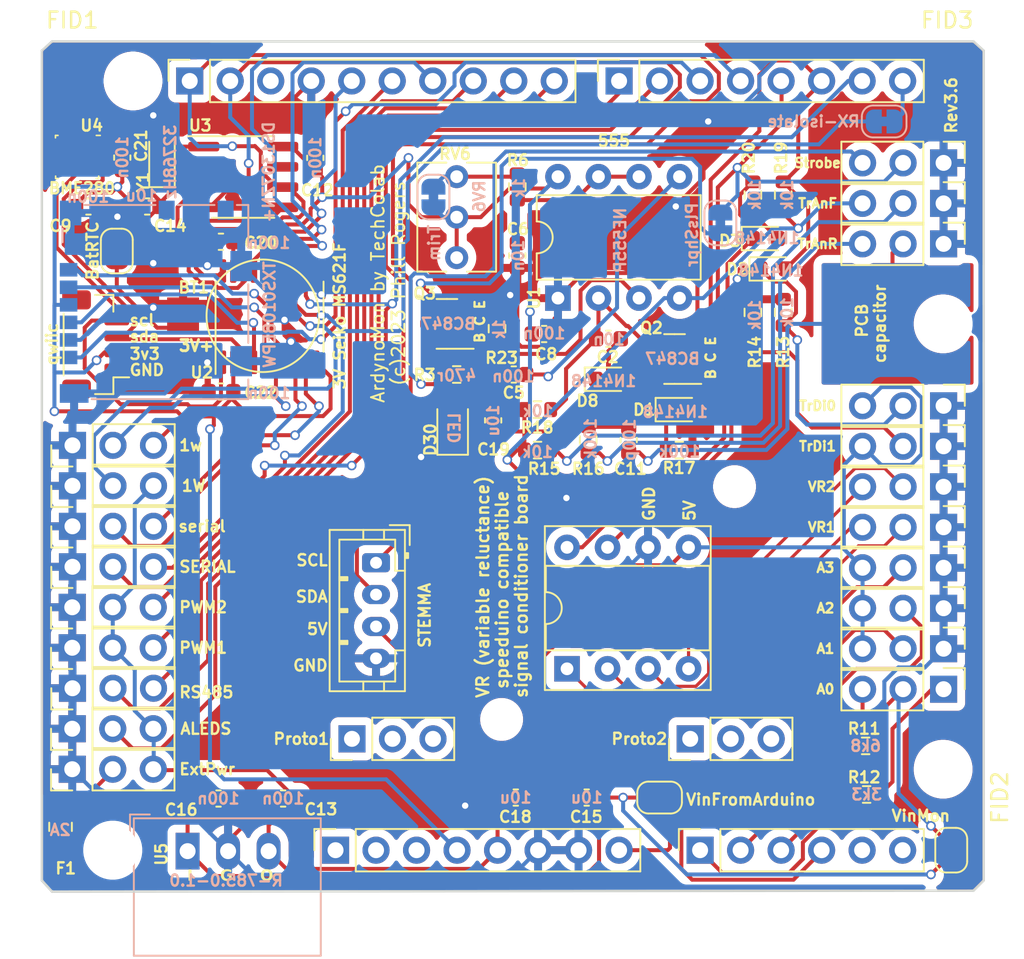
<source format=kicad_pcb>
(kicad_pcb (version 20241229) (generator "pcbnew") (generator_version "9.0")
  (title_block (title "ArdynoMon") (date "2026-02-14") (rev "Rev 3.6") (company "TechColab.co.je") (comment 1 "Enhanced from Ardyno") (comment 2 "More options for pulse trigger input & outputs") (comment 3 "Option for Speeduino compatible VR board") (comment 4 "RTC, uSD, temperature, humidity & pressure") (comment 5 "Interfaces to logic at 3.3 & 5V"))
  (layers (0 "F.Cu" signal) (2 "B.Cu" signal) (13 "F.Paste" user) (15 "B.Paste" user) (5 "F.SilkS" user "F.Silkscreen") (7 "B.SilkS" user "B.Silkscreen") (1 "F.Mask" user) (3 "B.Mask" user) (25 "Edge.Cuts" user))
  (net 0 "")
  (net 1 "+5V")
  (net 2 "GND")
  (net 3 "/A0")
  (net 4 "/A1")
  (net 5 "/A2")
  (net 6 "/A3")
  (net 7 "+3V3")
  (net 8 "Net-(Q2-C)")
  (net 9 "/D2")
  (net 10 "/D3")
  (net 11 "Net-(D1-K)")
  (net 12 "/D12")
  (net 16 "/D9")
  (net 17 "VCC")
  (net 20 "/15Vin")
  (net 21 "/1W")
  (net 22 "/1w")
  (net 23 "/SCL")
  (net 24 "/SDA")
  (net 25 "/scl")
  (net 26 "/sda")
  (net 27 "/rx")
  (net 28 "/D13")
  (net 29 "Net-(JTF0-Pin_2)")
  (net 30 "/PCBcap")
  (net 31 "Net-(JA0-Pin_1)")
  (net 32 "/D10")
  (net 33 "/Strobe")
  (net 34 "Net-(JA0-Pin_2)")
  (net 35 "Net-(JTR0-Pin_3)")
  (net 36 "/VR1-")
  (net 37 "/VR1+")
  (net 38 "/VR2+")
  (net 39 "/VR2-")
  (net 40 "/tx")
  (net 41 "Net-(Q3-B)")
  (net 42 "/D4")
  (net 43 "Net-(BT1-+)")
  (net 45 "/mosi")
  (net 46 "/sck")
  (net 47 "/ss")
  (net 50 "/D11")
  (net 51 "/CLRX")
  (net 52 "/CLTX")
  (net 53 "/ALEDS")
  (net 54 "/D1")
  (net 55 "/D0")
  (net 56 "Net-(U1-CV)")
  (net 57 "Net-(U1-DIS)")
  (net 58 "Net-(U3-X1)")
  (net 59 "Net-(U3-X2)")
  (net 61 "Net-(D2-K)")
  (net 62 "Net-(D3-K)")
  (net 63 "Net-(D30-A)")
  (net 64 "Net-(JP3-A)")
  (net 65 "/RXO")
  (net 66 "Net-(JPS0-A)")
  (net 73 "/VinMon")
  (net 74 "Net-(#FLG015-pwr)")
  (footprint "Package_LGA:Bosch_LGA-8_2.5x2.5mm_P0.65mm_ClockwisePinNumbering" (layer "F.Cu") (at 62.5374 83.5072 -90)
    (property "Reference" "U4")
    (property "Value" "BME280")
  )
  (footprint "Resistor_SMD:R_0603_1608Metric" (layer "F.Cu") (at 106.81445 93.25985 90)
    (property "Reference" "R13")
    (property "Value" "10k")
  )
  (footprint "Connector_PinHeader_2.54mm:PinHeader_1x03_P2.54mm_Vertical" (layer "F.Cu") (at 79.771 120.015 90)
    (property "Reference" "JPR1" (hide yes))
    (property "Value" "Proto1")
  )
  (footprint "Arduino_MountingHole:MountingHole_3.2mm" (layer "F.Cu") (at 116.84 93.98)
    (property "Reference" "MH3" (hide yes))
    (property "Value" "MountingHole_3.2mm" (hide yes))
  )
  (footprint "Connector_PinSocket_2.54mm:PinSocket_1x10_P2.54mm_Vertical" (layer "F.Cu") (at 69.596 78.74 90)
    (property "Reference" "J19" (hide yes))
    (property "Value" "Digital/PWM")
  )
  (footprint "Diode_SMD:D_0603_1608Metric" (layer "F.Cu") (at 105.69695 88.62485)
    (property "Reference" "D3")
    (property "Value" "1N4148")
  )
  (footprint "Capacitor_SMD:C_0603_1608Metric" (layer "F.Cu") (at 71.5544 88.8276 180)
    (property "Reference" "C20")
    (property "Value" "100n")
  )
  (footprint "Package_TO_SOT_SMD:SOT-23" (layer "F.Cu") (at 99.9975 96.1838 180)
    (property "Reference" "Q2")
    (property "Value" "BC847")
  )
  (footprint "Diode_SMD:D_0603_1608Metric" (layer "F.Cu") (at 100.297 99.3588)
    (property "Reference" "D1")
    (property "Value" "1N4148")
  )
  (footprint "Capacitor_SMD:C_0603_1608Metric" (layer "F.Cu") (at 77.47 83.566 90)
    (property "Reference" "C12")
    (property "Value" "100n")
  )
  (footprint "Fiducial:Fiducial_0.5mm_Mask1mm" (layer "F.Cu") (at 61.722 77.47)
    (property "Reference" "FID1")
    (property "Value" "Fiducial" (hide yes))
  )
  (footprint "Connector_PinHeader_2.54mm:PinHeader_1x03_P2.54mm_Vertical" (layer "F.Cu") (at 116.868 106.74 -90)
    (property "Reference" "JVR1" (hide yes))
    (property "Value" "VR1")
  )
  (footprint "Fuse:Fuse_0805_2012Metric_Pad1.15x1.40mm_HandSolder" (layer "F.Cu") (at 61.496 125.536 -90)
    (property "Reference" "F1")
    (property "Value" "2A")
  )
  (footprint "Capacitor_SMD:C_0603_1608Metric" (layer "F.Cu") (at 65.3666 83.5482 90)
    (property "Reference" "C21")
    (property "Value" "100n")
  )
  (footprint "Package_DIP:DIP-8_W7.62mm" (layer "F.Cu") (at 92.687 92.3638 90)
    (property "Reference" "U1")
    (property "Value" "NE555P")
  )
  (footprint "Battery:BatteryHolder_Seiko_MS621F" (layer "F.Cu") (at 69.179898 93.472 180)
    (property "Reference" "BT1")
    (property "Value" "3V Seiko MS621F")
  )
  (footprint "Connector_PinHeader_2.54mm:PinHeader_1x03_P2.54mm_Vertical" (layer "F.Cu") (at 116.868 99.12 -90)
    (property "Reference" "JD2" (hide yes))
    (property "Value" "TrDi0")
  )
  (footprint "Connector_PinHeader_2.54mm:PinHeader_1x03_P2.54mm_Vertical" (layer "F.Cu") (at 116.868 101.66 -90)
    (property "Reference" "JD3" (hide yes))
    (property "Value" "TrDi1")
  )
  (footprint "Resistor_SMD:R_0603_1608Metric" (layer "F.Cu") (at 91.407 99.3588)
    (property "Reference" "R18")
    (property "Value" "10k")
  )
  (footprint "Resistor_SMD:R_0603_1608Metric" (layer "F.Cu") (at 88.867 94.2788 90)
    (property "Reference" "R23")
    (property "Value" "1k")
  )
  (footprint "Connector_PinHeader_2.54mm:PinHeader_1x03_P2.54mm_Vertical" (layer "F.Cu") (at 100.98 120.015 90)
    (property "Reference" "JPR2" (hide yes))
    (property "Value" "Proto2")
  )
  (footprint "Package_SO:SOIC-8_3.9x4.9mm_P1.27mm" (layer "F.Cu") (at 72.9514 84.7636)
    (property "Reference" "U3")
    (property "Value" "DS1307ZN+")
  )
  (footprint "Connector_PinHeader_2.54mm:PinHeader_1x03_P2.54mm_Vertical" (layer "F.Cu") (at 62.245 101.6 90)
    (property "Reference" "JDd5" (hide yes))
    (property "Value" "1w")
  )
  (footprint "Capacitor_SMD:C_0603_1608Metric" (layer "F.Cu") (at 91.821 94.615)
    (property "Reference" "C8")
    (property "Value" "100n")
  )
  (footprint "Resistor_SMD:R_0603_1608Metric" (layer "F.Cu") (at 86.337 97.155)
    (property "Reference" "R3")
    (property "Value" "470r")
  )
  (footprint "Capacitor_SMD:C_0603_1608Metric" (layer "F.Cu") (at 75.453 123.758 180)
    (property "Reference" "C13")
    (property "Value" "100n")
  )
  (footprint "Capacitor_SMD:C_0603_1608Metric" (layer "F.Cu") (at 71.5544 98.2256 180)
    (property "Reference" "C22")
    (property "Value" "100n")
  )
  (footprint "Connector_PinHeader_2.54mm:PinHeader_1x03_P2.54mm_Vertical" (layer "F.Cu") (at 62.245 109.22 90)
    (property "Reference" "JD23" (hide yes))
    (property "Value" "SERIAL")
  )
  (footprint "Capacitor_SMD:C_0603_1608Metric" (layer "F.Cu") (at 95.852 94.9138 180)
    (property "Reference" "C2")
    (property "Value" "10n")
  )
  (footprint "MountingHole:MountingHole_2.2mm_M2" (layer "F.Cu") (at 89.154 118.7958)
    (property "Reference" "REF**" (hide yes))
    (property "Value" "MountingHole_2.2mm_M2" (hide yes))
  )
  (footprint "Diode_SMD:D_0603_1608Metric" (layer "F.Cu") (at 106.17945 90.52985)
    (property "Reference" "D2")
    (property "Value" "1N4148")
  )
  (footprint "Arduino_MountingHole:MountingHole_3.2mm" (layer "F.Cu") (at 116.84 121.92)
    (property "Reference" "MH4" (hide yes))
    (property "Value" "MountingHole_3.2mm" (hide yes))
  )
  (footprint "Connector_JST:JST_PH_B4B-PH-K_1x04_P2.00mm_Vertical" (layer "F.Cu") (at 81.28 108.966 -90)
    (property "Reference" "J22" (hide yes))
    (property "Value" "STEMMA")
  )
  (footprint "Connector_PinHeader_2.54mm:PinHeader_1x03_P2.54mm_Vertical" (layer "F.Cu") (at 116.868 104.2 -90)
    (property "Reference" "JVR2" (hide yes))
    (property "Value" "VR2")
  )
  (footprint "Resistor_SMD:R_0603_1608Metric" (layer "F.Cu") (at 104.90945 85.89485 90)
    (property "Reference" "R20")
    (property "Value" "10k")
  )
  (footprint "Connector_PinSocket_2.54mm:PinSocket_1x08_P2.54mm_Vertical" (layer "F.Cu") (at 96.52 78.74 90)
    (property "Reference" "J20" (hide yes))
    (property "Value" "Digital/PWM")
  )
  (footprint "Package_SO:TSSOP-20_4.4x6.5mm_P0.65mm" (layer "F.Cu") (at 74.6024 93.5266 90)
    (property "Reference" "U2")
    (property "Value" "TXS0108EPW")
  )
  (footprint "Capacitor_SMD:C_0603_1608Metric" (layer "F.Cu") (at 97.122 101.2638 90)
    (property "Reference" "C11")
    (property "Value" "100p")
  )
  (footprint "Connector_PinHeader_2.54mm:PinHeader_1x03_P2.54mm_Vertical" (layer "F.Cu") (at 62.23 111.76 90)
    (property "Reference" "JD10" (hide yes))
    (property "Value" "PWM2")
  )
  (footprint "Capacitor_SMD:C_0603_1608Metric" (layer "F.Cu") (at 89.916 97.155 180)
    (property "Reference" "C5")
    (property "Value" "100n")
  )
  (footprint "Capacitor_SMD:C_0603_1608Metric" (layer "F.Cu") (at 88.623 100.0333 90)
    (property "Reference" "C19")
    (property "Value" "10u")
  )
  (footprint "Fiducial:Fiducial_0.5mm_Mask1mm" (layer "F.Cu") (at 117.856 77.47)
    (property "Reference" "FID3")
    (property "Value" "Fiducial" (hide yes))
  )
  (footprint "Jumper:SolderJumper-2_P1.3mm_Open_RoundedPad1.0x1.5mm" (layer "F.Cu") (at 117.348 127 -90)
    (property "Reference" "JP1" (hide yes))
    (property "Value" "VinMon")
  )
  (footprint "Connector_PinHeader_2.54mm:PinHeader_1x03_P2.54mm_Vertical" (layer "F.Cu") (at 62.23 121.92 90)
    (property "Reference" "J15" (hide yes))
    (property "Value" "ExtPwr")
  )
  (footprint "Capacitor_SMD:C_0603_1608Metric" (layer "F.Cu") (at 94.488 123.698 180)
    (property "Reference" "C15")
    (property "Value" "10u")
  )
  (footprint "Connector_PinHeader_2.54mm:PinHeader_1x03_P2.54mm_Vertical" (layer "F.Cu") (at 116.868 111.82 -90)
    (property "Reference" "JA2" (hide yes))
    (property "Value" "A2")
  )
  (footprint "Capacitor_SMD:C_0603_1608Metric" (layer "F.Cu") (at 71.402 123.758)
    (property "Reference" "C16")
    (property "Value" "100n")
  )
  (footprint "Connector_PinHeader_2.54mm:PinHeader_1x03_P2.54mm_Vertical" (layer "F.Cu") (at 116.868 86.42 -90)
    (property "Reference" "JTF0" (hide yes))
    (property "Value" "TrAnF")
  )
  (footprint "Capacitor_SMD:C_0603_1608Metric" (layer "F.Cu") (at 90.137 89.6938 -90)
    (property "Reference" "C6")
    (property "Value" "10n")
  )
  (footprint "Resistor_SMD:R_0603_1608Metric" (layer "F.Cu") (at 111.979 120.456 180)
    (property "Reference" "R11")
    (property "Value" "6k8")
  )
  (footprint "Diode_SMD:D_0603_1608Metric" (layer "F.Cu") (at 95.852 97.4538)
    (property "Reference" "D8")
    (property "Value" "1N4148")
  )
  (footprint "Resistor_SMD:R_0603_1608Metric" (layer "F.Cu") (at 100.297 101.8988)
    (property "Reference" "R17")
    (property "Value" "100k")
  )
  (footprint "Connector_PinHeader_2.54mm:PinHeader_1x03_P2.54mm_Vertical" (layer "F.Cu") (at 116.868 83.88 -90)
    (property "Reference" "JTS0" (hide yes))
    (property "Value" "Strobe")
  )
  (footprint "Capacitor_SMD:C_0603_1608Metric" (layer "F.Cu") (at 66.929 86.614)
    (property "Reference" "C14")
    (property "Value" "10u")
  )
  (footprint "Package_DIP:DIP-8_W7.62mm_Socket" (layer "F.Cu") (at 93.256 115.62 90)
    (property "Reference" "J11" (hide yes))
    (property "Value" "VR board" (hide yes))
  )
  (footprint "Capacitor_SMD:C_0603_1608Metric" (layer "F.Cu") (at 63.246 86.614)
    (property "Reference" "C9")
    (property "Value" "100n")
  )
  (footprint "Connector_PinHeader_2.54mm:PinHeader_1x03_P2.54mm_Vertical" (layer "F.Cu") (at 62.245 116.84 90)
    (property "Reference" "JD78" (hide yes))
    (property "Value" "RS485")
  )
  (footprint "Capacitor_SMD:C_0603_1608Metric" (layer "F.Cu") (at 90.043 123.698)
    (property "Reference" "C18")
    (property "Value" "10u")
  )
  (footprint "Connector_PinHeader_2.54mm:PinHeader_1x03_P2.54mm_Vertical" (layer "F.Cu") (at 116.868 116.9 -90)
    (property "Reference" "JA0" (hide yes))
    (property "Value" "A0")
  )
  (footprint "Connector_PinHeader_2.54mm:PinHeader_1x03_P2.54mm_Vertical" (layer "F.Cu") (at 116.868 88.96 -90)
    (property "Reference" "JTR0" (hide yes))
    (property "Value" "TrAnR")
  )
  (footprint "Connector_PinHeader_2.54mm:PinHeader_1x03_P2.54mm_Vertical" (layer "F.Cu") (at 62.23 114.3 90)
    (property "Reference" "JD9" (hide yes))
    (property "Value" "PWM1")
  )
  (footprint "Connector_PinHeader_2.54mm:PinHeader_1x03_P2.54mm_Vertical" (layer "F.Cu") (at 116.868 109.28 -90)
    (property "Reference" "JA3" (hide yes))
    (property "Value" "A3")
  )
  (footprint "Connector_PinHeader_2.54mm:PinHeader_1x03_P2.54mm_Vertical" (layer "F.Cu") (at 62.245 106.68 90)
    (property "Reference" "JDd23" (hide yes))
    (property "Value" "serial")
  )
  (footprint "Resistor_SMD:R_0603_1608Metric" (layer "F.Cu") (at 91.407 101.8988)
    (property "Reference" "R15")
    (property "Value" "10k")
  )
  (footprint "Jumper:SolderJumper-2_P1.3mm_Open_RoundedPad1.0x1.5mm" (layer "F.Cu") (at 65.024 89.408 -90)
    (property "Reference" "JP2" (hide yes))
    (property "Value" "BatRTC")
  )
  (footprint "Resistor_SMD:R_0603_1608Metric" (layer "F.Cu") (at 90.137 85.3888 -90)
    (property "Reference" "R6")
    (property "Value" "1k")
  )
  (footprint "Connector_PinSocket_2.54mm:PinSocket_1x08_P2.54mm_Vertical" (layer "F.Cu") (at 78.74 127 90)
    (property "Reference" "J17" (hide yes))
    (property "Value" "Power")
  )
  (footprint "Connector_PinHeader_2.54mm:PinHeader_1x03_P2.54mm_Vertical" (layer "F.Cu") (at 62.23 119.38 90)
    (property "Reference" "JD6" (hide yes))
    (property "Value" "ALEDS")
  )
  (footprint "Connector_PinHeader_2.54mm:PinHeader_1x03_P2.54mm_Vertical" (layer "F.Cu") (at 62.245 104.14 90)
    (property "Reference" "JD5" (hide yes))
    (property "Value" "1W")
  )
  (footprint "Jumper:SolderJumper-2_P1.3mm_Open_RoundedPad1.0x1.5mm" (layer "F.Cu") (at 99.06 123.698)
    (property "Reference" "JP11" (hide yes))
    (property "Value" "VinFromArduino")
  )
  (footprint "LED_SMD:LED_0805_2012Metric_Pad1.15x1.40mm_HandSolder" (layer "F.Cu") (at 86.083 100.33 90)
    (property "Reference" "D30")
    (property "Value" "LED")
  )
  (footprint "Resistor_SMD:R_0603_1608Metric" (layer "F.Cu") (at 94.582 101.2638 90)
    (property "Reference" "R16")
    (property "Value" "100k")
  )
  (footprint "Connector_PinSocket_2.54mm:PinSocket_1x06_P2.54mm_Vertical" (layer "F.Cu") (at 101.6 127 90)
    (property "Reference" "J18" (hide yes))
    (property "Value" "Analog")
  )
  (footprint "Crystal:Crystal_SMD_2012-2Pin_2.0x1.2mm_HandSoldering" (layer "F.Cu") (at 67.8558 83.7514 90)
    (property "Reference" "Y1")
    (property "Value" "32768Hz")
  )
  (footprint "Package_TO_SOT_SMD:SOT-23" (layer "F.Cu") (at 85.725 93.98 180)
    (property "Reference" "Q3")
    (property "Value" "BC847")
  )
  (footprint "Arduino_MountingHole:MountingHole_3.2mm" (layer "F.Cu") (at 66.04 78.74)
    (property "Reference" "MH1" (hide yes))
    (property "Value" "MountingHole_3.2mm" (hide yes))
  )
  (footprint "Resistor_SMD:R_0603_1608Metric" (layer "F.Cu") (at 106.81445 85.89485 90)
    (property "Reference" "R19")
    (property "Value" "10k")
  )
  (footprint "Resistor_SMD:R_0603_1608Metric" (layer "F.Cu") (at 104.90945 93.25985 90)
    (property "Reference" "R14")
    (property "Value" "10k")
  )
  (footprint "MountingHole:MountingHole_2.2mm_M2" (layer "F.Cu") (at 103.759 104.1908)
    (property "Reference" "REF**" (hide yes))
    (property "Value" "MountingHole_2.2mm_M2" (hide yes))
  )
  (footprint "Connector_JST:JST_SH_BM04B-SRSS-TB_1x04-1MP_P1.00mm_Vertical" (layer "F.Cu") (at 63.699 95.274 90)
    (property "Reference" "J21" (hide yes))
    (property "Value" "qwiic")
  )
  (footprint "Connector_PinHeader_2.54mm:PinHeader_1x03_P2.54mm_Vertical" (layer "F.Cu") (at 116.868 114.36 -90)
    (property "Reference" "JA1" (hide yes))
    (property "Value" "A1")
  )
  (footprint "Resistor_SMD:R_0603_1608Metric" (layer "F.Cu") (at 112.042 123.504)
    (property "Reference" "R12")
    (property "Value" "3k3")
  )
  (footprint "Fiducial:Fiducial_0.5mm_Mask1mm" (layer "F.Cu") (at 117.856 124.46)
    (property "Reference" "FID2")
    (property "Value" "Fiducial" (hide yes))
  )
  (footprint "Potentiometer_THT:Potentiometer_Vishay_T73XW_Horizontal" (layer "F.Cu") (at 86.337 84.7438)
    (property "Reference" "RV6")
    (property "Value" "Trim" (hide yes))
  )
  (footprint "Arduino_MountingHole:MountingHole_3.2mm" (layer "F.Cu") (at 64.77 127)
    (property "Reference" "MH2" (hide yes))
    (property "Value" "MountingHole_3.2mm" (hide yes))
  )
  (footprint "Jumper:SolderJumper-2_P1.3mm_Bridged_RoundedPad1.0x1.5mm" (layer "B.Cu") (at 113.142 81.28)
    (property "Reference" "JRX0" (hide yes))
    (property "Value" "RX-isolate")
  )
  (footprint "Jumper:SolderJumper-2_P1.3mm_Bridged_RoundedPad1.0x1.5mm" (layer "B.Cu") (at 102.87 87.645 90)
    (property "Reference" "JPS0" (hide yes))
    (property "Value" "PlsShpr")
  )
  (footprint "Converter_DCDC:Converter_DCDC_RECOM_R-78E-0.5_THT" (layer "B.Cu") (at 69.463 127.06)
    (property "Reference" "U5")
    (property "Value" "R-785.0-1.0")
  )
  (footprint "Jumper:SolderJumper-2_P1.3mm_Bridged_RoundedPad1.0x1.5mm" (layer "B.Cu") (at 84.88 86.02 -90)
    (property "Reference" "JP3" (hide yes))
    (property "Value" "Trim")
  )
  (footprint "Connector_Card:microSD_HC_Molex_104031-0811" (layer "B.Cu") (at 67.4494 92.5906 -90)
    (property "Reference" "J14" (hide yes))
    (property "Value" "Micro_SD_Card_Det_Hirose_DM3AT" (hide yes))
  )
  (gr_line (start 119.38 128.905) (end 119.38 76.835) (stroke (width 0.15)) (layer "Edge.Cuts"))
  (gr_line (start 118.745 76.26) (end 60.96 76.26) (stroke (width 0.15)) (layer "Edge.Cuts"))
  (gr_line (start 60.325 76.835) (end 60.96 76.26) (stroke (width 0.15)) (layer "Edge.Cuts"))
  (gr_line (start 60.96 129.6) (end 118.745 129.54) (stroke (width 0.15)) (layer "Edge.Cuts"))
  (gr_line (start 60.325 76.835) (end 60.325 128.905) (stroke (width 0.15)) (layer "Edge.Cuts"))
  (gr_line (start 60.325 128.905) (end 60.96 129.6) (stroke (width 0.15)) (layer "Edge.Cuts"))
  (gr_line (start 118.745 76.26) (end 119.38 76.835) (stroke (width 0.15)) (layer "Edge.Cuts"))
  (gr_line (start 118.745 129.54) (end 119.38 128.905) (stroke (width 0.15)) (layer "Edge.Cuts"))
  (gr_text "555" (at 95.1 82.9 0) (layer "F.SilkS") (effects (font (size 0.7 0.7) (thickness 0.15) (bold yes)) (justify left bottom)))
  (gr_text "SDA" (at 76.166667 111.506 0) (layer "F.SilkS") (effects (font (size 0.7 0.7) (thickness 0.15) (bold yes)) (justify left bottom)))
  (gr_text "ArdynoMon by TechColab\n(c)2023 Phill Rogers\n" (at 82.042 91.44 90) (layer "F.SilkS") (effects (font (size 0.8 0.8) (thickness 0.12))))
  (gr_text "3V+" (at 68.834 95.758 0) (layer "F.SilkS") (effects (font (size 0.7 0.7) (thickness 0.175) (bold yes)) (justify left bottom)))
  (gr_text "Rev3.6" (at 117.348 80.264 90) (layer "F.SilkS") (effects (font (size 0.7 0.7))))
  (gr_text "5V" (at 76.866667 113.538 0) (layer "F.SilkS") (effects (font (size 0.7 0.7) (thickness 0.15) (bold yes)) (justify left bottom)))
  (gr_text "GND" (at 66.909933 96.8756 0) (layer "F.SilkS") (effects (font (size 0.7 0.7))))
  (gr_text "GND" (at 98.806 106.426 90) (layer "F.SilkS") (effects (font (size 0.7 0.7) (thickness 0.15) (bold yes)) (justify left bottom)))
  (gr_text "I     G     O" (at 72.136 128.6256 0) (layer "F.SilkS") (effects (font (size 0.7 0.7) (thickness 0.14) (bold yes))))
  (gr_text "VR (variable reluctance)\n speeduino compatible\nsignal conditioner board" (at 90.8304 117.5258 90) (layer "F.SilkS") (effects (font (size 0.75 0.75)) (justify left bottom)))
  (gr_text "5V" (at 101.346 106.426 90) (layer "F.SilkS") (effects (font (size 0.7 0.7) (thickness 0.15) (bold yes)) (justify left bottom)))
  (gr_text "sda" (at 66.759933 94.7674 0) (layer "F.SilkS") (effects (font (size 0.7 0.7))))
  (gr_text "B C E" (at 102.616 97.536 90) (layer "F.SilkS") (effects (font (size 0.6 0.6) (thickness 0.15) (bold yes)) (justify left bottom)))
  (gr_text "   PCB\ncapacitor" (at 113.284 96.52 90) (layer "F.SilkS") (effects (font (size 0.7 0.7) (thickness 0.15) (bold yes)) (justify left bottom)))
  (gr_text "GND" (at 76.000001 115.824 0) (layer "F.SilkS") (effects (font (size 0.7 0.7) (thickness 0.15) (bold yes)) (justify left bottom)))
  (gr_text "B C E" (at 88.138 95.25 90) (layer "F.SilkS") (effects (font (size 0.6 0.6) (thickness 0.15) (bold yes)) (justify left bottom)))
  (gr_text "scl" (at 66.609934 93.7514 0) (layer "F.SilkS") (effects (font (size 0.7 0.7))))
  (gr_text "3v3" (at 66.7766 95.8596 0) (layer "F.SilkS") (effects (font (size 0.7 0.7))))
  (gr_text "SCL" (at 76.2 109.22 0) (layer "F.SilkS") (effects (font (size 0.7 0.7) (thickness 0.15) (bold yes)) (justify left bottom)))
  (segment (start 91.502 115.824) (end 91.502 104.4988) (width 0.25) (layer "F.Cu") (net 1))
  (segment (start 86.337 89.8238) (end 86.337 87.2838) (width 0.25) (layer "F.Cu") (net 1))
  (segment (start 90.582 101.8988) (end 90.582 100.7308) (width 0.25) (layer "F.Cu") (net 1))
  (segment (start 89.268 123.698) (end 89.268 123.584) (width 0.25) (layer "F.Cu") (net 1))
  (segment (start 92.433 100.7308) (end 95.0645 98.0993) (width 0.25) (layer "F.Cu") (net 1))
  (segment (start 74.9152 88.4776) (end 75.6492 87.7436) (width 0.25) (layer "F.Cu") (net 1))
  (segment (start 77.9044 86.0336) (end 77.1764 86.7616) (width 0.25) (layer "F.Cu") (net 1))
  (segment (start 87.725 128.175) (end 75.658 128.175) (width 0.25) (layer "F.Cu") (net 1))
  (segment (start 72.3294 88.8276) (end 72.6794 88.4776) (width 0.25) (layer "F.Cu") (net 1))
  (segment (start 97.501 109.125) (end 99.751 109.125) (width 0.25) (layer "F.Cu") (net 1))
  (segment (start 91.44 115.062) (end 83.312 115.062) (width 0.25) (layer "F.Cu") (net 1))
  (segment (start 91.502 115.124) (end 97.501 109.125) (width 0.25) (layer "F.Cu") (net 1))
  (segment (start 88.694 100.7308) (end 90.582 100.7308) (width 0.25) (layer "F.Cu") (net 1))
  (segment (start 74.543 125.443) (end 74.543 127.06) (width 0.25) (layer "F.Cu") (net 1))
  (segment (start 75.9876 82.8586) (end 77.47 84.341) (width 0.25) (layer "F.Cu") (net 1))
  (segment (start 77.1764 86.7616) (end 77.1764 87.226396) (width 0.25) (layer "F.Cu") (net 1))
  (segment (start 89.268 123.584) (end 91.502 121.35) (width 0.25) (layer "F.Cu") (net 1))
  (segment (start 88.9 124.066) (end 89.268 123.698) (width 0.25) (layer "F.Cu") (net 1))
  (segment (start 99.751 109.125) (end 100.876 108) (width 0.25) (layer "F.Cu") (net 1))
  (segment (start 76.228 123.758) (end 74.543 125.443) (width 0.25) (layer "F.Cu") (net 1))
  (segment (start 81.28 113.03) (end 81.28 112.966) (width 0.25) (layer "F.Cu") (net 1))
  (segment (start 67.338 121.98) (end 74.45 121.98) (width 0.25) (layer "F.Cu") (net 1))
  (segment (start 90.582 100.7308) (end 90.582 99.3588) (width 0.25) (layer "F.Cu") (net 1))
  (segment (start 83.312 115.062) (end 81.28 113.03) (width 0.25) (layer "F.Cu") (net 1))
  (segment (start 88.9 127) (end 88.9 124.066) (width 0.25) (layer "F.Cu") (net 1))
  (segment (start 89.644538 85.4888) (end 87.849538 87.2838) (width 0.25) (layer "F.Cu") (net 1))
  (segment (start 88.9 127) (end 87.725 128.175) (width 0.25) (layer "F.Cu") (net 1))
  (segment (start 76.659196 87.7436) (end 75.6492 87.7436) (width 0.25) (layer "F.Cu") (net 1))
  (segment (start 91.502 115.124) (end 91.44 115.062) (width 0.25) (layer "F.Cu") (net 1))
  (segment (start 75.658 128.175) (end 74.543 127.06) (width 0.25) (layer "F.Cu") (net 1))
  (segment (start 87.849538 87.2838) (end 86.337 87.2838) (width 0.25) (layer "F.Cu") (net 1))
  (segment (start 90.582 100.7308) (end 92.433 100.7308) (width 0.25) (layer "F.Cu") (net 1))
  (segment (start 84.1238 87.2838) (end 83.312 86.472) (width 0.25) (layer "F.Cu") (net 1))
  (segment (start 104.90945 86.71985) (end 106.81445 86.71985) (width 0.25) (layer "F.Cu") (net 1))
  (segment (start 90.122 101.8988) (end 89.512 102.5088) (width 0.25) (layer "F.Cu") (net 1))
  (segment (start 77.9044 86.0336) (end 77.9044 84.7754) (width 0.25) (layer "F.Cu") (net 1))
  (segment (start 92.687 84.7438) (end 91.942 85.4888) (width 0.25) (layer "F.Cu") (net 1))
  (segment (start 72.3274 90.6641) (end 72.3274 88.8296) (width 0.25) (layer "F.Cu") (net 1))
  (segment (start 95.0645 98.0993) (end 95.0645 97.4538) (width 0.25) (layer "F.Cu") (net 1))
  (segment (start 91.502 115.824) (end 91.502 115.124) (width 0.25) (layer "F.Cu") (net 1))
  (segment (start 91.502 104.4988) (end 89.512 102.5088) (width 0.25) (layer "F.Cu") (net 1))
  (segment (start 91.502 121.35) (end 91.502 115.824) (width 0.25) (layer "F.Cu") (net 1))
  (segment (start 72.6794 88.4776) (end 74.9152 88.4776) (width 0.25) (layer "F.Cu") (net 1))
  (segment (start 106.81445 86.71985) (end 106.81445 87.04985) (width 0.25) (layer "F.Cu") (net 1))
  (segment (start 77.9044 84.7754) (end 77.47 84.341) (width 0.25) (layer "F.Cu") (net 1))
  (segment (start 106.81445 87.04985) (end 107.75445 87.98985) (width 0.25) (layer "F.Cu") (net 1))
  (segment (start 86.337 87.2838) (end 84.1238 87.2838) (width 0.25) (layer "F.Cu") (net 1))
  (segment (start 74.45 121.98) (end 76.228 123.758) (width 0.25) (layer "F.Cu") (net 1))
  (segment (start 77.1764 87.226396) (end 76.659196 87.7436) (width 0.25) (layer "F.Cu") (net 1))
  (segment (start 91.942 85.4888) (end 89.644538 85.4888) (width 0.25) (layer "F.Cu") (net 1))
  (segment (start 83.312 86.472) (end 83.312 83.566) (width 0.25) (layer "F.Cu") (net 1))
  (segment (start 90.932 93.218) (end 90.932 94.501) (width 0.25) (layer "F.Cu") (net 1))
  (segment (start 90.582 101.8988) (end 90.122 101.8988) (width 0.25) (layer "F.Cu") (net 1))
  (via (at 90.932 93.218) (size 0.6) (drill 0.4) (layers "F.Cu" "B.Cu") (net 1))
  (via (at 89.512 102.5088) (size 0.6) (drill 0.4) (layers "F.Cu" "B.Cu") (net 1))
  (via (at 107.75445 87.98985) (size 0.6) (drill 0.4) (layers "F.Cu" "B.Cu") (net 1))
  (via (at 77.9044 86.0336) (size 0.6) (drill 0.4) (layers "F.Cu" "B.Cu") (net 1))
  (via (at 83.312 83.566) (size 0.6) (drill 0.4) (layers "F.Cu" "B.Cu") (net 1))
  (segment (start 85.4938 87.2838) (end 84.88 86.67) (width 0.25) (layer "B.Cu") (net 1))
  (segment (start 114.814701 102.835) (end 112.963 102.835) (width 0.25) (layer "B.Cu") (net 1))
  (segment (start 107.75445 87.98985) (end 106.172 87.98985) (width 0.25) (layer "B.Cu") (net 1))
  (segment (start 90.932 93.218) (end 90.932 100.789791) (width 0.25) (layer "B.Cu") (net 1))
  (segment (start 80.8444 86.0336) (end 83.312 83.566) (width 0.25) (layer "B.Cu") (net 1))
  (segment (start 67.338 121.98) (end 67.338 119.44) (width 0.25) (layer "B.Cu") (net 1))
  (segment (start 109.3243 86.42) (end 107.75445 87.98985) (width 0.25) (layer "B.Cu") (net 1))
  (segment (start 115.503 98.633299) (end 115.503 102.146701) (width 0.25) (layer "B.Cu") (net 1))
  (segment (start 100.307 92.3638) (end 99.357991 92.3638) (width 0.25) (layer "B.Cu") (net 1))
  (segment (start 90.932 86.4988) (end 92.687 84.7438) (width 0.25) (layer "B.Cu") (net 1))
  (segment (start 110.613 102.835) (end 110.613 107.895) (width 0.25) (layer "B.Cu") (net 1))
  (segment (start 86.337 87.2838) (end 85.4938 87.2838) (width 0.25) (layer "B.Cu") (net 1))
  (segment (start 67.338 119.44) (end 66.15 118.252) (width 0.25) (layer "B.Cu") (net 1))
  (segment (start 90.932 100.789791) (end 89.512 102.209791) (width 0.25) (layer "B.Cu") (net 1))
  (segment (start 66.15 118.252) (end 66.15 115.68) (width 0.25) (layer "B.Cu") (net 1))
  (segment (start 106.172 87.98985) (end 101.79805 92.3638) (width 0.25) (layer "B.Cu") (net 1))
  (segment (start 110.613 107.895) (end 110.508 108) (width 0.25) (layer "B.Cu") (net 1))
  (segment (start 115.503 102.146701) (end 114.814701 102.835) (width 0.25) (layer "B.Cu") (net 1))
  (segment (start 112.963 97.945) (end 114.814701 97.945) (width 0.25) (layer "B.Cu") (net 1))
  (segment (start 111.788 101.66) (end 110.613 102.835) (width 0.25) (layer "B.Cu") (net 1))
  (segment (start 111.788 99.12) (end 112.963 97.945) (width 0.25) (layer "B.Cu") (net 1))
  (segment (start 66.15 115.68) (end 64.77 114.3) (width 0.25) (layer "B.Cu") (net 1))
  (segment (start 110.508 108) (end 111.788 109.28) (width 0.25) (layer "B.Cu") (net 1))
  (segment (start 90.932 93.218) (end 90.932 86.4988) (width 0.25) (layer "B.Cu") (net 1))
  (segment (start 67.31 104.14) (end 66.15 105.3) (width 0.25) (layer "B.Cu") (net 1))
  (segment (start 66.15 105.3) (end 66.15 110.38) (width 0.25) (layer "B.Cu") (net 1))
  (segment (start 77.9044 86.0336) (end 80.8444 86.0336) (width 0.25) (layer "B.Cu") (net 1))
  (segment (start 111.788 111.82) (end 111.788 114.36) (width 0.25) (layer "B.Cu") (net 1))
  (segment (start 114.814701 97.945) (end 115.503 98.633299) (width 0.25) (layer "B.Cu") (net 1))
  (segment (start 64.77 114.3) (end 64.77 111.803) (width 0.25) (layer "B.Cu") (net 1))
  (segment (start 99.357991 92.3638) (end 89.512 102.209791) (width 0.25) (layer "B.Cu") (net 1))
  (segment (start 111.788 86.42) (end 109.3243 86.42) (width 0.25) (layer "B.Cu") (net 1))
  (segment (start 101.79805 92.3638) (end 100.307 92.3638) (width 0.25) (layer "B.Cu") (net 1))
  (segment (start 89.512 102.209791) (end 89.512 102.5088) (width 0.25) (layer "B.Cu") (net 1))
  (segment (start 112.963 102.835) (end 111.788 101.66) (width 0.25) (layer "B.Cu") (net 1))
  (segment (start 111.788 109.28) (end 111.788 111.82) (width 0.25) (layer "B.Cu") (net 1))
  (segment (start 100.876 108) (end 110.508 108) (width 0.25) (layer "B.Cu") (net 1))
  (segment (start 66.15 110.38) (end 64.77 111.76) (width 0.25) (layer "B.Cu") (net 1))
  (segment (start 104.90945 92.12985) (end 104.90945 92.43485) (width 0.25) (layer "F.Cu") (net 2))
  (segment (start 65.0618 87.2566) (end 65.2606 87.2566) (width 0.25) (layer "F.Cu") (net 2))
  (segment (start 60.9374 82.0322) (end 60.9454 82.0242) (width 0.25) (layer "F.Cu") (net 2))
  (segment (start 101.122 101.8988) (end 101.122 99.3963) (width 0.25) (layer "F.Cu") (net 2))
  (segment (start 71.511951 84.7674) (end 71.8182 85.073649) (width 0.25) (layer "F.Cu") (net 2))
  (segment (start 101.9975 96.2963) (end 100.935 95.2338) (width 0.25) (layer "F.Cu") (net 2))
  (segment (start 70.7006 90.3046) (end 70.7006 88.9064) (width 0.25) (layer "F.Cu") (net 2))
  (segment (start 61.0124 84.4822) (end 60.9374 84.4072) (width 0.25) (layer "F.Cu") (net 2))
  (segment (start 77.216 78.74) (end 75.057 80.899) (width 0.25) (layer "F.Cu") (net 2))
  (segment (start 116.868 83.88) (end 116.868 86.42) (width 0.25) (layer "F.Cu") (net 2))
  (segment (start 84.6449 101.7899) (end 85.0798 101.355) (width 0.25) (layer "F.Cu") (net 2))
  (segment (start 61.0124 83.1822) (end 61.5124 83.1822) (width 0.25) (layer "F.Cu") (net 2))
  (segment (start 90.137 92.6178) (end 89.691 92.1718) (width 0.25) (layer "F.Cu") (net 2))
  (segment (start 62.273 111.76) (end 62.273 114.257) (width 0.25) (layer "F.Cu") (net 2))
  (segment (start 116.868 101.66) (end 116.868 99.12) (width 0.25) (layer "F.Cu") (net 2))
  (segment (start 60.9374 83.2572) (end 61.0124 83.1822) (width 0.25) (layer "F.Cu") (net 2))
  (segment (start 116.868 86.42) (end 116.868 88.96) (width 0.25) (layer "F.Cu") (net 2))
  (segment (start 98.4368 86.614) (end 100.076 86.614) (width 0.25) (layer "F.Cu") (net 2))
  (segment (start 86.6625 93.03) (end 87.5207 92.1718) (width 0.25) (layer "F.Cu") (net 2))
  (segment (start 101.9975 97.480551) (end 101.9975 96.2963) (width 0.25) (layer "F.Cu") (net 2))
  (segment (start 90.137 95.1578) (end 90.3942 95.415) (width 0.25) (layer "F.Cu") (net 2))
  (segment (start 85.0798 101.355) (end 86.083 101.355) (width 0.25) (layer "F.Cu") (net 2))
  (segment (start 100.898 90.7888) (end 101.3206 91.2114) (width 0.25) (layer "F.Cu") (net 2))
  (segment (start 69.179898 92.722) (end 67.552 92.722) (width 0.25) (layer "F.Cu") (net 2))
  (segment (start 60.9454 82.0242) (end 63.0544 82.0242) (width 0.25) (layer "F.Cu") (net 2))
  (segment (start 116.868 111.82) (end 116.868 109.28) (width 0.25) (layer "F.Cu") (net 2))
  (segment (start 74.678 123.758) (end 72.003 126.433) (width 0.25) (layer "F.Cu") (net 2))
  (segment (start 61.0124 83.1822) (end 60.9374 83.1072) (width 0.25) (layer "F.Cu") (net 2))
  (segment (start 93.98 123.965) (end 93.98 127) (width 0.25) (layer "F.Cu") (net 2))
  (segment (start 77.5274 90.6641) (end 77.5274 91.8034) (width 0.25) (layer "F.Cu") (net 2))
  (segment (start 103.94445 91.16485) (end 104.90945 92.12985) (width 0.25) (layer "F.Cu") (net 2))
  (segment (start 70.7006 96.4006) (end 70.7006 98.1468) (width 0.25) (layer "F.Cu") (net 2))
  (segment (start 69.353004 84.7674) (end 71.511951 84.7674) (width 0.25) (layer "F.Cu") (net 2))
  (segment (start 90.3942 95.415) (end 91.796 95.415) (width 0.25) (layer "F.Cu") (net 2))
  (segment (start 101.813 81.575) (end 102.108 81.28) (width 0.25) (layer "F.Cu") (net 2))
  (segment (start 71.8182 85.073649) (end 71.8182 85.703551) (width 0.25) (layer "F.Cu") (net 2))
  (segment (start 89.691 92.1718) (end 89.691 92.2098) (width 0.25) (layer "F.Cu") (net 2))
  (segment (start 65.024 96.774) (end 66.4756 98.2256) (width 0.25) (layer "F.Cu") (net 2))
  (segment (start 72.003 123.932) (end 72.003 127.06) (width 0.25) (layer "F.Cu") (net 2))
  (segment (start 91.44 127) (end 91.44 124.32) (width 0.25) (layer "F.Cu") (net 2))
  (segment (start 87.5207 92.1718) (end 89.691 92.1718) (width 0.25) (layer "F.Cu") (net 2))
  (segment (start 92.687 92.3638) (end 94.262 90.7888) (width 0.25) (layer "F.Cu") (net 2))
  (segment (start 65.2522 87.447) (end 65.0618 87.2566) (width 0.25) (layer "F.Cu") (net 2))
  (segment (start 66.4756 98.2256) (end 70.7794 98.2256) (width 0.25) (layer "F.Cu") (net 2))
  (segment (start 61.5124 84.4822) (end 61.0124 84.4822) (width 0.25) (layer "F.Cu") (net 2))
  (segment (start 100.076 86.614) (end 100.115991 86.5258) (width 0.25) (layer "F.Cu") (net 2))
  (segment (start 60.9374 84.4072) (end 60.9374 83.2572) (width 0.25) (layer "F.Cu") (net 2))
  (segment (start 62.288 109.28) (end 62.288 111.745) (width 0.25) (layer "F.Cu") (net 2))
  (segment (start 116.868 106.74) (end 116.868 104.2) (width 0.25) (layer "F.Cu") (net 2))
  (segment (start 66.1666 83.5732) (end 65.3666 82.7732) (width 0.25) (layer "F.Cu") (net 2))
  (segment (start 94.262 90.7888) (end 100.898 90.7888) (width 0.25) (layer "F.Cu") (net 2))
  (segment (start 91.468 127.06) (end 94.008 127.06) (width 0.25) (layer "F.Cu") (net 2))
  (segment (start 86.5263 101.355) (end 88.623 99.2583) (width 0.25) (layer "F.Cu") (net 2))
  (segment (start 62.245 116.84) (end 62.245 119.427) (width 0.25) (layer "F.Cu") (net 2))
  (segment (start 88.623 99.2583) (end 88.623 97.673) (width 0.25) (layer "F.Cu") (net 2))
  (segment (start 90.137 95.1578) (end 90.137 92.6178) (width 0.25) (layer "F.Cu") (net 2))
  (segment (start 84.6449 101.7899) (end 84.103 102.3318) (width 0.25) (layer "F.Cu") (net 2))
  (segment (start 91.44 124.32) (end 90.818 123.698) (width 0.25) (layer "F.Cu") (net 2))
  (segment (start 64.3468 86.5416) (end 65.0618 87.2566) (width 0.25) (layer "F.Cu") (net 2))
  (segment (start 66.871 87.447) (end 67.704 86.614) (width 0.25) (layer "F.Cu") (net 2))
  (segment (start 70.7006 96.4006) (end 70.7794 96.4742) (width 0.25) (layer "F.Cu") (net 2))
  (segment (start 101.432 91.3228) (end 101.432 94.7368) (width 0.25) (layer "F.Cu") (net 2))
  (segment (start 67.704 86.614) (end 67.704 86.2496) (width 0.25) (layer "F.Cu") (net 2))
  (segment (start 101.0845 98.393551) (end 101.9975 97.480551) (width 0.25) (layer "F.Cu") (net 2))
  (segment (start 90.137 91.7258) (end 89.691 92.1718) (width 0.25) (layer "F.Cu") (net 2))
  (segment (start 65.2522 87.447) (end 66.871 87.447) (width 0.25) (layer "F.Cu") (net 2))
  (segment (start 88.623 97.673) (end 89.141 97.155) (width 0.25) (layer "F.Cu") (net 2))
  (segment (start 75.057 80.899) (end 67.31 80.899) (width 0.25) (layer "F.Cu") (net 2))
  (segment (start 67.552 92.722) (end 67.31 92.964) (width 0.25) (layer "F.Cu") (net 2))
  (segment (start 62.23 114.3) (end 62.23 116.825) (width 0.25) (layer "F.Cu") (net 2))
  (segment (start 75.5396 94.6912) (end 75.946 95.0976) (width 0.25) (layer "F.Cu") (net 2))
  (segment (start 92.687 92.3638) (end 92.687 94.524) (width 0.25) (layer "F.Cu") (net 2))
  (segment (start 67.31 92.964) (end 67.31 90.17) (width 0.25) (layer "F.Cu") (net 2))
  (segment (start 77.5274 91.8034) (end 77.8536 92.1296) (width 0.25) (layer "F.Cu") (net 2))
  (segment (start 62.273 106.74) (end 62.273 109.265) (width 0.25) (layer "F.Cu") (net 2))
  (segment (start 116.868 114.36) (end 116.868 111.82) (width 0.25) (layer "F.Cu") (net 2))
  (segment (start 91.796 95.415) (end 92.596 94.615) (width 0.25) (layer "F.Cu") (net 2))
  (segment (start 101.813 84.828791) (end 101.813 81.575) (width 0.25) (layer "F.Cu") (net 2))
  (segment (start 60.9374 83.1072) (end 60.9374 82.0322) (width 0.25) (layer "F.Cu") (net 2))
  (segment (start 63.5624 82.5322) (end 65.1256 82.5322) (width 0.25) (layer "F.Cu") (net 2))
  (segment (start 77.216 82.537) (end 77.216 78.74) (width 0.25) (layer "F.Cu") (net 2))
  (segment (start 62.23 104.14) (end 62.23 101.6) (width 0.25) (layer "F.Cu") (net 2))
  (segment (start 100.115991 86.5258) (end 101.813 84.828791) (width 0.25) (layer "F.Cu") (net 2))
  (segment (start 62.258 119.44) (end 62.258 121.98) (width 0.25) (layer "F.Cu") (net 2))
  (segment (start 92.687 92.3638) (end 98.4368 86.614) (width 0.25) (layer "F.Cu") (net 2))
  (segment (start 65.4358 82.7732) (end 67.31 80.899) (width 0.25) (layer "F.Cu") (net 2))
  (segment (start 101.3206 91.2114) (end 101.432 91.3228) (width 0.25) (layer "F.Cu") (net 2))
  (segment (start 116.868 109.28) (end 116.868 106.74) (width 0.25) (layer "F.Cu") (net 2))
  (segment (start 90.137 90.4688) (end 90.137 91.7258) (width 0.25) (layer "F.Cu") (net 2))
  (segment (start 66.1666 84.7122) (end 66.1666 83.5732) (width 0.25) (layer "F.Cu") (net 2))
  (segment (start 104.90945 92.43485) (end 106.81445 92.43485) (width 0.25) (layer "F.Cu") (net 2))
  (segment (start 63.0544 82.0242) (end 63.5624 82.5322) (width 0.25) (layer "F.Cu") (net 2))
  (segment (start 101.432 94.7368) (end 100.935 95.2338) (width 0.25) (layer "F.Cu") (net 2))
  (segment (start 116.868 104.2) (end 116.868 101.66) (width 0.25) (layer "F.Cu") (net 2))
  (segment (start 67.704 86.2496) (end 66.1666 84.7122) (width 0.25) (layer "F.Cu") (net 2))
  (segment (start 71.8182 85.703551) (end 70.853151 86.6686) (width 0.25) (layer "F.Cu") (net 2))
  (segment (start 75.5396 93.726) (end 75.5396 94.6912) (width 0.25) (layer "F.Cu") (net 2))
  (segment (start 62.273 104.2) (end 62.273 106.74) (width 0.25) (layer "F.Cu") (net 2))
  (segment (start 67.704 86.416404) (end 69.353004 84.7674) (width 0.25) (layer "F.Cu") (net 2))
  (segment (start 101.0845 99.3588) (end 101.0845 98.393551) (width 0.25) (layer "F.Cu") (net 2))
  (via (at 89.691 92.1718) (size 0.6) (drill 0.4) (layers "F.Cu" "B.Cu") (net 2))
  (via (at 75.946 95.0976) (size 0.6) (drill 0.4) (layers "F.Cu" "B.Cu") (net 2))
  (via (at 100.076 86.614) (size 0.6) (drill 0.4) (layers "F.Cu" "B.Cu") (net 2))
  (via (at 75.5396 93.726) (size 0.6) (drill 0.4) (layers "F.Cu" "B.Cu") (net 2))
  (via (at 103.94445 91.16485) (size 0.6) (drill 0.4) (layers "F.Cu" "B.Cu") (net 2))
  (via (at 65.0618 87.2566) (size 0.6) (drill 0.4) (layers "F.Cu" "B.Cu") (net 2))
  (via (at 67.31 90.17) (size 0.6) (drill 0.4) (layers "F.Cu" "B.Cu") (net 2))
  (via (at 67.31 92.964) (size 0.6) (drill 0.4) (layers "F.Cu" "B.Cu") (net 2))
  (via (at 70.7006 96.4006) (size 0.6) (drill 0.4) (layers "F.Cu" "B.Cu") (net 2))
  (via (at 84.103 102.3318) (size 0.6) (drill 0.4) (layers "F.Cu" "B.Cu") (net 2))
  (via (at 67.31 80.899) (size 0.6) (drill 0.4) (layers "F.Cu" "B.Cu") (net 2))
  (via (at 77.8536 92.1296) (size 0.6) (drill 0.4) (layers "F.Cu" "B.Cu") (net 2))
  (via (at 86.868 124.206) (size 0.6) (drill 0.4) (layers "F.Cu" "B.Cu") (net 2))
  (via (at 70.7006 90.3046) (size 0.6) (drill 0.4) (layers "F.Cu" "B.Cu") (net 2))
  (via (at 102.108 81.28) (size 0.6) (drill 0.4) (layers "F.Cu" "B.Cu") (net 2))
  (via (at 93.218 104.902) (size 0.6) (drill 0.4) (layers "F.Cu" "B.Cu") (net 2))
  (segment (start 91.44 127) (end 91.44 120.65) (width 0.25) (layer "B.Cu") (net 2))
  (segment (start 77.8536 92.1296) (end 77.1932 91.4692) (width 0.25) (layer "B.Cu") (net 2))
  (segment (start 116.332 77.216) (end 106.542299 77.216) (width 0.25) (layer "B.Cu") (net 2))
  (segment (start 67.31 89.5048) (end 67.31 90.17) (width 0.25) (layer "B.Cu") (net 2))
  (segment (start 91.409 114.966) (end 91.44 114.935) (width 0.25) (layer "B.Cu") (net 2))
  (segment (start 76.7858 90.3506) (end 72.8244 90.3506) (width 0.25) (layer "B.Cu") (net 2))
  (segment (start 91.44 120.65) (end 91.44 116.84) (width 0.25) (layer "B.Cu") (net 2))
  (segment (start 81.28 114.966) (end 91.409 114.966) (width 0.25) (layer "B.Cu") (net 2))
  (segment (start 61.9994 94.9856) (end 62.7484 94.9856) (width 0.25) (layer "B.Cu") (net 2))
  (segment (start 89.905 128.535) (end 73.478 128.535) (width 0.25) (layer "B.Cu") (net 2))
  (segment (start 91.44 116.84) (end 91.44 116.205) (width 0.25) (layer "B.Cu") (net 2))
  (segment (start 70.7006 90.3046) (end 72.7784 90.3046) (width 0.25) (layer "B.Cu") (net 2))
  (segment (start 103.261701 81.28) (end 102.108 81.28) (width 0.25) (layer "B.Cu") (net 2))
  (segment (start 119.18 89.608) (end 118.532 88.96) (width 0.25) (layer "B.Cu") (net 2))
  (segment (start 109.474 122.936) (end 113.153 119.257) (width 0.25) (layer "B.Cu") (net 2))
  (segment (start 116.868 83.88) (end 116.868 77.752) (width 0.25) (layer "B.Cu") (net 2))
  (segment (start 62.23 98.465) (end 62.3494 98.3456) (width 0.25) (layer "B.Cu") (net 2))
  (segment (start 105.315 78.443299) (end 105.315 79.226701) (width 0.25) (layer "B.Cu") (net 2))
  (segment (start 91.44 116.205) (end 91.44 114.935) (width 0.25) (layer "B.Cu") (net 2))
  (segment (start 119.18 98.552) (end 119.18 89.608) (width 0.25) (layer "B.Cu") (net 2))
  (segment (start 85.1492 103.378) (end 84.103 102.3318) (width 0.25) (layer "B.Cu") (net 2))
  (segment (start 118.532 88.96) (end 116.868 88.96) (width 0.25) (layer "B.Cu") (net 2))
  (segment (start 62.23 121.92) (end 63.754 123.444) (width 0.25) (layer "B.Cu") (net 2))
  (segment (start 73.478 128.535) (end 72.003 127.06) (width 0.25) (layer "B.Cu") (net 2))
  (segment (start 75.5396 93.0658) (end 75.5396 93.726) (width 0.25) (layer "B.Cu") (net 2))
  (segment (start 72.8244 90.3506) (end 75.5396 93.0658) (width 0.25) (layer "B.Cu") (net 2))
  (segment (start 91.44 114.896) (end 91.44 114.935) (width 0.25) (layer "B.Cu") (net 2))
  (segment (start 70.7006 96.4006) (end 72.7444 96.4006) (width 0.25) (layer "B.Cu") (net 2))
  (segment (start 113.153 119.257) (end 113.153 116.413299) (width 0.25) (layer "B.Cu") (net 2))
  (segment (start 77.1932 91.4692) (end 77.1932 90.758) (width 0.25) (layer "B.Cu") (net 2))
  (segment (start 68.0244 98.3456) (end 69.9694 96.4006) (width 0.25) (layer "B.Cu") (net 2))
  (segment (start 116.868 99.12) (end 118.612 99.12) (width 0.25) (layer "B.Cu") (net 2))
  (segment (start 64.8308 87.0256) (end 62.1244 87.0256) (width 0.25) (layer "B.Cu") (net 2))
  (segment (start 91.44 127) (end 93.98 127) (width 0.25) (layer "B.Cu") (net 2))
  (segment (start 91.44 114.896) (end 98.336 108) (width 0.25) (layer "B.Cu") (net 2))
  (segment (start 74.723 96.3206) (end 75.946 95.0976) (width 0.25) (layer "B.Cu") (net 2))
  (segment (start 77.1932 90.758) (end 76.7858 90.3506) (width 0.25) (layer "B.Cu") (net 2))
  (segment (start 115.693 115.535) (end 116.868 114.36) (width 0.25) (layer "B.Cu") (net 2))
  (segment (start 91.44 104.648) (end 90.17 103.378) (width 0.25) (layer "B.Cu") (net 2))
  (segment (start 62.3494 98.3456) (end 68.0244 98.3456) (width 0.25) (layer "B.Cu") (net 2))
  (segment (start 62.23 101.6) (end 62.23 98.465) (width 0.25) (layer "B.Cu") (net 2))
  (segment (start 65.0618 87.2566) (end 67.31 89.5048) (width 0.25) (layer "B.Cu") (net 2))
  (segment (start 68.387 123.444) (end 72.003 127.06) (width 0.25) (layer "B.Cu") (net 2))
  (segment (start 105.315 79.226701) (end 103.261701 81.28) (width 0.25) (layer "B.Cu") (net 2))
  (segment (start 93.98 127) (end 93.98 123.19) (width 0.25) (layer "B.Cu") (net 2))
  (segment (start 67.4446 90.3046) (end 67.31 90.17) (width 0.25) (layer "B.Cu") (net 2))
  (segment (start 65.0618 87.2566) (end 64.8308 87.0256) (width 0.25) (layer "B.Cu") (net 2))
  (segment (start 106.542299 77.216) (end 105.315 78.443299) (width 0.25) (layer "B.Cu") (net 2))
  (segment (start 91.44 116.84) (end 91.44 114.896) (width 0.25) (layer "B.Cu") (net 2))
  (segment (start 69.9694 96.4006) (end 70.7006 96.4006) (width 0.25) (layer "B.Cu") (net 2))
  (segment (start 63.754 123.444) (end 68.387 123.444) (width 0.25) (layer "B.Cu") (net 2))
  (segment (start 91.44 127) (end 89.905 128.535) (width 0.25) (layer "B.Cu") (net 2))
  (segment (start 118.612 99.12) (end 119.18 98.552) (width 0.25) (layer "B.Cu") (net 2))
  (segment (start 93.98 123.19) (end 94.234 122.936) (width 0.25) (layer "B.Cu") (net 2))
  (segment (start 72.8244 96.3206) (end 74.723 96.3206) (width 0.25) (layer "B.Cu") (net 2))
  (segment (start 62.7484 94.9856) (end 64.77 92.964) (width 0.25) (layer "B.Cu") (net 2))
  (segment (start 91.44 116.205) (end 91.44 104.648) (width 0.25) (layer "B.Cu") (net 2))
  (segment (start 114.031299 115.535) (end 115.693 115.535) (width 0.25) (layer "B.Cu") (net 2))
  (segment (start 91.44 120.65) (end 91.44 119.285) (width 0.25) (layer "B.Cu") (net 2))
  (segment (start 116.868 77.752) (end 116.332 77.216) (width 0.25) (layer "B.Cu") (net 2))
  (segment (start 113.153 116.413299) (end 114.031299 115.535) (width 0.25) (layer "B.Cu") (net 2))
  (segment (start 90.17 103.378) (end 85.1492 103.378) (width 0.25) (layer "B.Cu") (net 2))
  (segment (start 64.77 92.964) (end 67.31 92.964) (width 0.25) (layer "B.Cu") (net 2))
  (segment (start 94.234 122.936) (end 109.474 122.936) (width 0.25) (layer "B.Cu") (net 2))
  (segment (start 70.7006 90.3046) (end 67.4446 90.3046) (width 0.25) (layer "B.Cu") (net 2))
  (segment (start 107.200334 128.401) (end 108.045 127.556334) (width 0.25) (layer "F.Cu") (net 3))
  (segment (start 102.969 128.401) (end 107.200334 128.401) (width 0.25) (layer "F.Cu") (net 3))
  (segment (start 111.217 123.504) (end 111.217 120.519) (width 0.25) (layer "F.Cu") (net 3))
  (segment (start 101.628 127.06) (end 102.969 128.401) (width 0.25) (layer "F.Cu") (net 3))
  (segment (start 108.045 127.556334) (end 108.045 126.513299) (width 0.25) (layer "F.Cu") (net 3))
  (segment (start 108.045 126.513299) (end 111.054299 123.504) (width 0.25) (layer "F.Cu") (net 3))
  (segment (start 111.788 119.822) (end 111.788 116.9) (width 0.25) (layer "F.Cu") (net 3))
  (segment (start 111.154 120.456) (end 111.788 119.822) (width 0.25) (layer "F.Cu") (net 3))
  (segment (start 113.153 113.185) (end 111.2866 113.185) (width 0.25) (layer "F.Cu") (net 4))
  (segment (start 104.14 127) (end 109.728 121.412) (width 0.25) (layer "F.Cu") (net 4))
  (segment (start 109.728 121.412) (end 109.728 114.7436) (width 0.25) (layer "F.Cu") (net 4))
  (segment (start 109.728 114.7436) (end 111.2866 113.185) (width 0.25) (layer "F.Cu") (net 4))
  (segment (start 114.328 114.36) (end 113.153 113.185) (width 0.25) (layer "F.Cu") (net 4))
  (segment (start 110.211149 123.468851) (end 106.68 127) (width 0.25) (layer "F.Cu") (net 5))
  (segment (start 115.503 112.995) (end 114.328 111.82) (width 0.25) (layer "F.Cu") (net 5))
  (segment (start 110.211149 116.815149) (end 111.396299 115.63) (width 0.25) (layer "F.Cu") (net 5))
  (segment (start 110.211149 116.815149) (end 110.211149 123.468851) (width 0.25) (layer "F.Cu") (net 5))
  (segment (start 115.503 114.846701) (end 115.503 112.995) (width 0.25) (layer "F.Cu") (net 5))
  (segment (start 111.396299 115.63) (end 114.719701 115.63) (width 0.25) (layer "F.Cu") (net 5))
  (segment (start 114.719701 115.63) (end 115.503 114.846701) (width 0.25) (layer "F.Cu") (net 5))
  (segment (start 111.447099 110.4992) (end 113.1088 110.4992) (width 0.25) (layer "F.Cu") (net 6))
  (segment (start 107.457 128.851) (end 101.101 128.851) (width 0.25) (layer "F.Cu") (net 6))
  (segment (start 113.1088 110.4992) (end 114.328 109.28) (width 0.25) (layer "F.Cu") (net 6))
  (segment (start 105.41 124.714) (end 109.278 120.846) (width 0.25) (layer "F.Cu") (net 6))
  (segment (start 109.248 127.06) (end 107.457 128.851) (width 0.25) (layer "F.Cu") (net 6))
  (segment (start 101.101 128.851) (end 100.425 128.175) (width 0.25) (layer "F.Cu") (net 6))
  (segment (start 100.425 128.175) (end 100.425 125.222) (width 0.25) (layer "F.Cu") (net 6))
  (segment (start 100.425 125.222) (end 100.933 124.714) (width 0.25) (layer "F.Cu") (net 6))
  (segment (start 109.278 112.6683) (end 111.447099 110.4992) (width 0.25) (layer "F.Cu") (net 6))
  (segment (start 109.278 120.846) (end 109.278 112.6683) (width 0.25) (layer "F.Cu") (net 6))
  (segment (start 100.933 124.714) (end 105.41 124.714) (width 0.25) (layer "F.Cu") (net 6))
  (segment (start 78.4278 99.297284) (end 77.960084 99.765) (width 0.25) (layer "F.Cu") (net 7))
  (segment (start 65.0618 85.377) (end 65.0618 85.5218) (width 0.25) (layer "F.Cu") (net 7))
  (segment (start 78.4278 97.2895) (end 78.4278 99.297284) (width 0.25) (layer "F.Cu") (net 7))
  (segment (start 65.0618 85.5218) (end 66.154 86.614) (width 0.25) (layer "F.Cu") (net 7))
  (segment (start 65.3666 84.3232) (end 65.3666 85.0722) (width 0.25) (layer "F.Cu") (net 7))
  (segment (start 62.0874 83.7572) (end 62.0874 82.8598) (width 0.25) (layer "F.Cu") (net 7))
  (segment (start 64.2256 83.1822) (end 65.3666 84.3232) (width 0.25) (layer "F.Cu") (net 7))
  (segment (start 64.6972 85.7416) (end 65.0618 85.377) (width 0.25) (layer "F.Cu") (net 7))
  (segment (start 61.5124 83.8322) (end 62.0124 83.8322) (width 0.25) (layer "F.Cu") (net 7))
  (segment (start 77.960084 99.765) (end 73.327516 99.765) (width 0.25) (layer "F.Cu") (net 7))
  (segment (start 61.1124 99.4664) (end 68.8032 99.4664) (width 0.25) (layer "F.Cu") (net 7))
  (segment (start 62.0874 82.8598) (end 62.4098 83.1822) (width 0.25) (layer "F.Cu") (net 7))
  (segment (start 77.5274 96.3891) (end 78.4278 97.2895) (width 0.25) (layer "F.Cu") (net 7))
  (segment (start 63.1974 85.7416) (end 64.6972 85.7416) (width 0.25) (layer "F.Cu") (net 7))
  (segment (start 72.3294 98.2256) (end 72.3294 96.3911) (width 0.25) (layer "F.Cu") (net 7))
  (segment (start 64.246 95.774) (end 63.754 96.266) (width 0.25) (layer "F.Cu") (net 7))
  (segment (start 61.7598 82.5322) (end 61.5124 82.5322) (width 0.25) (layer "F.Cu") (net 7))
  (segment (start 69.1234 99.7866) (end 71.107613 99.7866) (width 0.25) (layer "F.Cu") (net 7))
  (segment (start 62.3974 86.5416) (end 63.1974 85.7416) (width 0.25) (layer "F.Cu") (net 7))
  (segment (start 71.107613 99.7866) (end 71.107613 100.342387) (width 0.25) (layer "F.Cu") (net 7))
  (segment (start 71.107613 100.342387) (end 70.866 100.584) (width 0.25) (layer "F.Cu") (net 7))
  (segment (start 63.5624 83.1822) (end 64.2256 83.1822) (width 0.25) (layer "F.Cu") (net 7))
  (segment (start 67.31 101.6) (end 69.1234 99.7866) (width 0.25) (layer "F.Cu") (net 7))
  (segment (start 65.3666 85.0722) (end 65.0618 85.377) (width 0.25) (layer "F.Cu") (net 7))
  (segment (start 62.4098 83.1822) (end 63.5624 83.1822) (width 0.25) (layer "F.Cu") (net 7))
  (segment (start 62.0874 82.8598) (end 61.7598 82.5322) (width 0.25) (layer "F.Cu") (net 7))
  (segment (start 72.3294 98.564813) (end 71.107613 99.7866) (width 0.25) (layer "F.Cu") (net 7))
  (segment (start 65.024 95.774) (end 64.246 95.774) (width 0.25) (layer "F.Cu") (net 7))
  (segment (start 62.0124 83.8322) (end 62.0874 83.7572) (width 0.25) (layer "F.Cu") (net 7))
  (segment (start 72.3294 98.766884) (end 72.3294 98.2256) (width 0.25) (layer "F.Cu") (net 7))
  (segment (start 73.327516 99.765) (end 72.3294 98.766884) (width 0.25) (layer "F.Cu") (net 7))
  (segment (start 68.8032 99.4664) (end 69.1234 99.7866) (width 0.25) (layer "F.Cu") (net 7))
  (via (at 63.754 96.266) (size 0.6) (drill 0.4) (layers "F.Cu" "B.Cu") (net 7))
  (via (at 70.866 100.584) (size 0.6) (drill 0.4) (layers "F.Cu" "B.Cu") (net 7))
  (via (at 65.0618 85.377) (size 0.6) (drill 0.4) (layers "F.Cu" "B.Cu") (net 7))
  (via (at 61.1124 99.4664) (size 0.6) (drill 0.4) (layers "F.Cu" "B.Cu") (net 7))
  (segment (start 61.1124 92.8186) (end 61.1124 97.028) (width 0.25) (layer "B.Cu") (net 7))
  (segment (start 61.1994 92.7856) (end 61.1244 92.7106) (width 0.25) (layer "B.Cu") (net 7))
  (segment (start 61.673 85.377) (end 65.0618 85.377) (width 0.25) (layer "B.Cu") (net 7))
  (segment (start 71.755 122.555) (end 81.915 122.555) (width 0.25) (layer "B.Cu") (net 7))
  (segment (start 61.1244 85.9256) (end 61.673 85.377) (width 0.25) (layer "B.Cu") (net 7))
  (segment (start 81.915 122.555) (end 86.36 127) (width 0.25) (layer "B.Cu") (net 7))
  (segment (start 62.992 97.028) (end 61.1124 97.028) (width 0.25) (layer "B.Cu") (net 7))
  (segment (start 61.1124 97.028) (end 61.1124 99.4664) (width 0.25) (layer "B.Cu") (net 7))
  (segment (start 61.1244 92.7646) (end 61.1244 85.9256) (width 0.25) (layer "B.Cu") (net 7))
  (segment (start 61.1454 92.7856) (end 61.1244 92.7646) (width 0.25) (layer "B.Cu") (net 7))
  (segment (start 70.866 121.666) (end 71.755 122.555) (width 0.25) (layer "B.Cu") (net 7))
  (segment (start 61.9994 92.7856) (end 61.1994 92.7856) (width 0.25) (layer "B.Cu") (net 7))
  (segment (start 63.754 96.266) (end 62.992 97.028) (width 0.25) (layer "B.Cu") (net 7))
  (segment (start 70.866 100.584) (end 70.866 121.666) (width 0.25) (layer "B.Cu") (net 7))
  (segment (start 61.9994 92.7856) (end 61.1454 92.7856) (width 0.25) (layer "B.Cu") (net 7))
  (segment (start 61.1454 92.7856) (end 61.1124 92.8186) (width 0.25) (layer "B.Cu") (net 7))
  (segment (start 93.195 96.7958) (end 95.077 94.9138) (width 0.25) (layer "F.Cu") (net 8))
  (segment (start 99.06 96.093983) (end 99.06 96.1838) (width 0.25) (layer "F.Cu") (net 8))
  (segment (start 93.195 98.6988) (end 93.195 96.7958) (width 0.25) (layer "F.Cu") (net 8))
  (segment (start 96.977 94.1138) (end 95.227 92.3638) (width 0.25) (layer "F.Cu") (net 8))
  (segment (start 97.079817 94.1138) (end 99.06 96.093983) (width 0.25) (layer "F.Cu") (net 8))
  (segment (start 96.977 94.1138) (end 97.079817 94.1138) (width 0.25) (layer "F.Cu") (net 8))
  (segment (start 92.232 99.3588) (end 92.535 99.3588) (width 0.25) (layer "F.Cu") (net 8))
  (segment (start 95.227 94.7638) (end 95.227 92.3638) (width 0.25) (layer "F.Cu") (net 8))
  (segment (start 92.535 99.3588) (end 93.195 98.6988) (width 0.25) (layer "F.Cu") (net 8))
  (segment (start 101.308262 102.93) (end 103.113 101.125262) (width 0.25) (layer "F.Cu") (net 9))
  (segment (start 107.75445 80.29355) (end 107.75445 84.17985) (width 0.25) (layer "F.Cu") (net 9))
  (segment (start 93.256 108) (end 94.205009 108) (width 0.25) (layer "F.Cu") (net 9))
  (segment (start 106.215666 77.459) (end 107.907 77.459) (width 0.25) (layer "F.Cu") (net 9))
  (segment (start 103.113 101.125262) (end 103.113 93.98) (width 0.25) (layer "F.Cu") (net 9))
  (segment (start 109.248 78.8) (end 107.75445 80.29355) (width 0.25) (layer "F.Cu") (net 9))
  (segment (start 103.113 93.98) (end 102.263 93.13) (width 0.25) (layer "F.Cu") (net 9))
  (segment (start 108.37945 86.63485) (end 108.37945 89.11735) (width 0.25) (layer "F.Cu") (net 9))
  (segment (start 99.275009 102.93) (end 101.308262 102.93) (width 0.25) (layer "F.Cu") (net 9))
  (segment (start 102.263 93.13) (end 102.263 84.935) (width 0.25) (layer "F.Cu") (net 9))
  (segment (start 94.205009 108) (end 99.275009 102.93) (width 0.25) (layer "F.Cu") (net 9))
  (segment (start 105.315 78.359666) (end 106.215666 77.459) (width 0.25) (layer "F.Cu") (net 9))
  (segment (start 107.696 84.201) (end 107.696 84.2383) (width 0.25) (layer "F.Cu") (net 9))
  (segment (start 108.37945 89.11735) (end 106.96695 90.52985) (width 0.25) (layer "F.Cu") (net 9))
  (segment (start 105.315 81.883) (end 105.315 78.359666) (width 0.25) (layer "F.Cu") (net 9))
  (segment (start 102.263 84.935) (end 105.315 81.883) (width 0.25) (layer "F.Cu") (net 9))
  (segment (start 107.907 77.459) (end 109.248 78.8) (width 0.25) (layer "F.Cu") (net 9))
  (segment (start 107.696 84.2383) (end 106.86445 85.06985) (width 0.25) (layer "F.Cu") (net 9))
  (segment (start 107.75445 84.17985) (end 107.7333 84.201) (width 0.25) (layer "F.Cu") (net 9))
  (segment (start 106.81445 85.06985) (end 108.37945 86.63485) (width 0.25) (layer "F.Cu") (net 9))
  (segment (start 107.7333 84.201) (end 107.696 84.201) (width 0.25) (layer "F.Cu") (net 9))
  (segment (start 104.10945 87.137312) (end 104.416988 87.44485) (width 0.25) (layer "F.Cu") (net 10))
  (segment (start 104.83445 85.06985) (end 103.94445 84.17985) (width 0.25) (layer "F.Cu") (net 10))
  (segment (start 103.563 93.657) (end 102.713 92.807) (width 0.25) (layer "F.Cu") (net 10))
  (segment (start 102.713 85.4113) (end 103.94445 84.17985) (width 0.25) (layer "F.Cu") (net 10))
  (segment (start 101.494658 103.38) (end 103.563 101.311658) (width 0.25) (layer "F.Cu") (net 10))
  (segment (start 106.708 81.4163) (end 103.94445 84.17985) (width 0.25) (layer "F.Cu") (net 10))
  (segment (start 105.30445 87.44485) (end 106.48445 88.62485) (width 0.25) (layer "F.Cu") (net 10))
  (segment (start 106.708 78.8) (end 106.708 81.4163) (width 0.25) (layer "F.Cu") (net 10))
  (segment (start 102.713 92.807) (end 102.713 85.4113) (width 0.25) (layer "F.Cu") (net 10))
  (segment (start 104.90945 85.06985) (end 104.10945 85.86985) (width 0.25) (layer "F.Cu") (net 10))
  (segment (start 100.416 103.38) (end 101.494658 103.38) (width 0.25) (layer "F.Cu") (net 10))
  (segment (start 95.796 108) (end 100.416 103.38) (width 0.25) (layer "F.Cu") (net 10))
  (segment (start 103.563 101.311658) (end 103.563 93.657) (width 0.25) (layer "F.Cu") (net 10))
  (segment (start 104.416988 87.44485) (end 105.30445 87.44485) (width 0.25) (layer "F.Cu") (net 10))
  (segment (start 104.10945 85.86985) (end 104.10945 87.137312) (width 0.25) (layer "F.Cu") (net 10))
  (via (at 103.94445 84.17985) (size 0.6) (drill 0.4) (layers "F.Cu" "B.Cu") (net 10))
  (segment (start 103.94445 85.92055) (end 102.87 86.995) (width 0.25) (layer "B.Cu") (net 10))
  (segment (start 114.328 83.88) (end 113.153 85.055) (width 0.25) (layer "B.Cu") (net 10))
  (segment (start 104.8196 85.055) (end 103.94445 84.17985) (width 0.25) (layer "B.Cu") (net 10))
  (segment (start 113.153 85.055) (end 104.8196 85.055) (width 0.25) (layer "B.Cu") (net 10))
  (segment (start 103.94445 84.17985) (end 103.94445 85.92055) (width 0.25) (layer "B.Cu") (net 10))
  (segment (start 98.252 99.3588) (end 98.252 99.0663) (width 0.25) (layer "F.Cu") (net 11))
  (segment (start 97.122 100.4888) (end 98.252 99.3588) (width 0.25) (layer "F.Cu") (net 11))
  (segment (start 99.472 101.8988) (end 99.472 99.3963) (width 0.25) (layer "F.Cu") (net 11))
  (segment (start 99.5095 99.3588) (end 99.5095 98.5593) (width 0.25) (layer "F.Cu") (net 11))
  (segment (start 98.252 99.3588) (end 99.5095 99.3588) (width 0.25) (layer "F.Cu") (net 11))
  (segment (start 94.582 100.4388) (end 97.072 100.4388) (width 0.25) (layer "F.Cu") (net 11))
  (segment (start 99.5095 98.5593) (end 100.935 97.1338) (width 0.25) (layer "F.Cu") (net 11))
  (segment (start 98.252 99.0663) (end 96.6395 97.4538) (width 0.25) (layer "F.Cu") (net 11))
  (segment (start 79.19 81.846) (end 82.296 78.74) (width 0.25) (layer "F.Cu") (net 12))
  (segment (start 77.906996 94.9452) (end 79.19 93.662196) (width 0.25) (layer "F.Cu") (net 12))
  (segment (start 79.19 93.662196) (end 79.19 81.846) (width 0.25) (layer "F.Cu") (net 12))
  (segment (start 77.8256 94.9452) (end 77.906996 94.9452) (width 0.25) (layer "F.Cu") (net 12))
  (via (at 77.8256 94.9452) (size 0.6) (drill 0.4) (layers "F.Cu" "B.Cu") (net 12))
  (segment (start 62.7994 96.0856) (end 61.9994 96.0856) (width 0.25) (layer "B.Cu") (net 12))
  (segment (start 75.627116 94.5326) (end 64.3524 94.5326) (width 0.25) (layer "B.Cu") (net 12))
  (segment (start 76.620316 94.4726) (end 75.687116 94.4726) (width 0.25) (layer "B.Cu") (net 12))
  (segment (start 77.8256 94.9452) (end 77.092916 94.9452) (width 0.25) (layer "B.Cu") (net 12))
  (segment (start 75.687116 94.4726) (end 75.627116 94.5326) (width 0.25) (layer "B.Cu") (net 12))
  (segment (start 77.092916 94.9452) (end 76.620316 94.4726) (width 0.25) (layer "B.Cu") (net 12))
  (segment (start 64.3524 94.5326) (end 62.7994 96.0856) (width 0.25) (layer "B.Cu") (net 12))
  (segment (start 81.848792 80.46) (end 88.196 80.46) (width 0.25) (layer "F.Cu") (net 16))
  (segment (start 67.31 114.3) (end 69.85 111.76) (width 0.25) (layer "F.Cu") (net 16))
  (segment (start 69.85 111.76) (end 69.85 109.899396) (width 0.25) (layer "F.Cu") (net 16))
  (segment (start 88.196 80.46) (end 89.916 78.74) (width 0.25) (layer "F.Cu") (net 16))
  (segment (start 80.09 82.218792) (end 81.848792 80.46) (width 0.25) (layer "F.Cu") (net 16))
  (segment (start 69.85 109.899396) (end 80.09 99.659396) (width 0.25) (layer "F.Cu") (net 16))
  (segment (start 80.09 99.659396) (end 80.09 82.218792) (width 0.25) (layer "F.Cu") (net 16))
  (segment (start 99.71 126.858) (end 99.568 127) (width 0.25) (layer "F.Cu") (net 17))
  (segment (start 96.52 127) (end 99.568 127) (width 0.25) (layer "F.Cu") (net 17))
  (segment (start 99.71 123.698) (end 99.71 126.858) (width 0.25) (layer "F.Cu") (net 17))
  (segment (start 64.798 121.98) (end 62.953 123.825) (width 0.25) (layer "F.Cu") (net 20))
  (segment (start 62.182 123.825) (end 61.496 124.511) (width 0.25) (layer "F.Cu") (net 20))
  (segment (start 62.953 123.825) (end 62.182 123.825) (width 0.25) (layer "F.Cu") (net 20))
  (segment (start 78.74 81.28) (end 79.375 80.645) (width 0.25) (layer "F.Cu") (net 21))
  (segment (start 77.1424 94.1108) (end 78.105 94.1108) (width 0.25) (layer "F.Cu") (net 21))
  (segment (start 78.105 94.1108) (end 78.74 93.4758) (width 0.25) (layer "F.Cu") (net 21))
  (segment (start 75.7774 92.94528) (end 75.7774 92.202641) (width 0.25) (layer "F.Cu") (net 21))
  (segment (start 76.94292 94.1108) (end 75.7774 92.94528) (width 0.25) (layer "F.Cu") (net 21))
  (segment (start 78.74 93.4758) (end 78.74 81.28) (width 0.25) (layer "F.Cu") (net 21))
  (segment (start 77.1424 94.1108) (end 76.94292 94.1108) (width 0.25) (layer "F.Cu") (net 21))
  (segment (start 74.9274 91.352641) (end 74.9274 90.6641) (width 0.25) (layer "F.Cu") (net 21))
  (segment (start 75.7774 92.202641) (end 74.9274 91.352641) (width 0.25) (layer "F.Cu") (net 21))
  (via (at 79.375 80.645) (size 0.6) (drill 0.4) (layers "F.Cu" "B.Cu") (net 21))
  (via (at 77.1424 94.1108) (size 0.6) (drill 0.4) (layers "F.Cu" "B.Cu") (net 21))
  (segment (start 101.6 78.74) (end 100.425 77.565) (width 0.25) (layer "B.Cu") (net 21))
  (segment (start 68.335004 98.7956) (end 69.086604 98.044) (width 0.25) (layer "B.Cu") (net 21))
  (segment (start 78.232 98.044) (end 78.74 97.536) (width 0.25) (layer "B.Cu") (net 21))
  (segment (start 65.7964 98.7956) (end 68.335004 98.7956) (width 0.25) (layer "B.Cu") (net 21))
  (segment (start 69.086604 98.044) (end 78.232 98.044) (width 0.25) (layer "B.Cu") (net 21))
  (segment (start 63.595 102.965) (end 63.61 102.965) (width 0.25) (layer "B.Cu") (net 21))
  (segment (start 77.975484 94.1108) (end 77.1424 94.1108) (width 0.25) (layer "B.Cu") (net 21))
  (segment (start 79.818802 80.201198) (end 79.375 80.645) (width 0.25) (layer "B.Cu") (net 21))
  (segment (start 63.61 102.965) (end 64.785 104.14) (width 0.25) (layer "B.Cu") (net 21))
  (segment (start 86.201 78.253299) (end 86.201 79.036701) (width 0.25) (layer "B.Cu") (net 21))
  (segment (start 79.818802 80.201198) (end 85.036503 80.201198) (width 0.25) (layer "B.Cu") (net 21))
  (segment (start 100.425 77.565) (end 86.889299 77.565) (width 0.25) (layer "B.Cu") (net 21))
  (segment (start 78.74 94.875316) (end 77.975484 94.1108) (width 0.25) (layer "B.Cu") (net 21))
  (segment (start 86.889299 77.565) (end 86.201 78.253299) (width 0.25) (layer "B.Cu") (net 21))
  (segment (start 78.74 97.536) (end 78.74 94.875316) (width 0.25) (layer "B.Cu") (net 21))
  (segment (start 63.595 102.965) (end 63.595 100.997) (width 0.25) (layer "B.Cu") (net 21))
  (segment (start 86.201 79.036701) (end 85.036503 80.201198) (width 0.25) (layer "B.Cu") (net 21))
  (segment (start 63.595 100.997) (end 65.7964 98.7956) (width 0.25) (layer "B.Cu") (net 21))
  (segment (start 75.0016 98.574) (end 75.6184 99.1908) (width 0.25) (layer "F.Cu") (net 22))
  (segment (start 75.0016 96.4633) (end 75.0016 98.574) (width 0.25) (layer "F.Cu") (net 22))
  (via (at 75.6184 99.14) (size 0.6) (drill 0.4) (layers "F.Cu" "B.Cu") (net 22))
  (segment (start 75.6184 99.14) (end 74.9934 98.515) (width 0.25) (layer "B.Cu") (net 22))
  (segment (start 68.5214 99.2456) (end 69.252 98.515) (width 0.25) (layer "B.Cu") (net 22))
  (segment (start 67.1244 99.2456) (end 68.5214 99.2456) (width 0.25) (layer "B.Cu") (net 22))
  (segment (start 64.77 101.6) (end 67.1244 99.2456) (width 0.25) (layer "B.Cu") (net 22))
  (segment (start 74.9934 98.515) (end 69.252 98.515) (width 0.25) (layer "B.Cu") (net 22))
  (segment (start 70.0044 88.7806) (end 70.0044 88.349783) (width 0.25) (layer "F.Cu") (net 23))
  (segment (start 102.775 79.248) (end 102.013 80.01) (width 0.25) (layer "F.Cu") (net 23))
  (segment (start 82.34 90.17) (end 83.449 91.279) (width 0.25) (layer "F.Cu") (net 23))
  (segment (start 76.7264 86.321849) (end 75.803151 85.3986) (width 0.25) (layer "F.Cu") (net 23))
  (segment (start 100.998 80.01) (end 98.298 82.71) (width 0.25) (layer "F.Cu") (net 23))
  (segment (start 70.0044 88.7806) (end 69.9822 88.8028) (width 0.25) (layer "F.Cu") (net 23))
  (segment (start 72.2656 82.8332) (end 73.6708 82.8332) (width 0.25) (layer "F.Cu") (net 23))
  (segment (start 71.221 77.115) (end 101.636701 77.115) (width 0.25) (layer "F.Cu") (net 23))
  (segment (start 102.775 78.253299) (end 102.775 79.248) (width 0.25) (layer "F.Cu") (net 23))
  (segment (start 83.449 91.279) (end 83.449 106.797) (width 0.25) (layer "F.Cu") (net 23))
  (segment (start 70.326583 88.0276) (end 74.703796 88.0276) (width 0.25) (layer "F.Cu") (net 23))
  (segment (start 69.9822 88.8028) (end 69.9822 90.470084) (width 0.25) (layer "F.Cu") (net 23))
  (segment (start 76.7264 87.04) (end 76.7264 86.321849) (width 0.25) (layer "F.Cu") (net 23))
  (segment (start 82.34 83.268) (end 82.34 90.17) (width 0.25) (layer "F.Cu") (net 23))
  (segment (start 74.0534 83.1926) (end 73.6824 82.8216) (width 0.25) (layer "F.Cu") (net 23))
  (segment (start 101.636701 77.115) (end 102.775 78.253299) (width 0.25) (layer "F.Cu") (net 23))
  (segment (start 74.703796 88.0276) (end 75.437796 87.2936) (width 0.25) (layer "F.Cu") (net 23))
  (segment (start 73.6708 82.8332) (end 73.6824 82.8216) (width 0.25) (layer "F.Cu") (net 23))
  (segment (start 74.0534 84.402351) (end 74.0534 83.1926) (width 0.25) (layer "F.Cu") (net 23))
  (segment (start 102.013 80.01) (end 100.998 80.01) (width 0.25) (layer "F.Cu") (net 23))
  (segment (start 75.049649 85.3986) (end 74.0534 84.402351) (width 0.25) (layer "F.Cu") (net 23))
  (segment (start 83.449 106.797) (end 81.28 108.966) (width 0.25) (layer "F.Cu") (net 23))
  (segment (start 82.898 82.71) (end 82.34 83.268) (width 0.25) (layer "F.Cu") (net 23))
  (segment (start 69.9822 90.470084) (end 70.441716 90.9296) (width 0.25) (layer "F.Cu") (net 23))
  (segment (start 70.0044 88.349783) (end 70.326583 88.0276) (width 0.25) (layer "F.Cu") (net 23))
  (segment (start 76.4728 87.2936) (end 76.7264 87.04) (width 0.25) (layer "F.Cu") (net 23))
  (segment (start 70.441716 90.9296) (end 71.4119 90.9296) (width 0.25) (layer "F.Cu") (net 23))
  (segment (start 71.4119 90.9296) (end 71.6774 90.6641) (width 0.25) (layer "F.Cu") (net 23))
  (segment (start 69.596 78.74) (end 71.221 77.115) (width 0.25) (layer "F.Cu") (net 23))
  (segment (start 98.298 82.71) (end 82.898 82.71) (width 0.25) (layer "F.Cu") (net 23))
  (segment (start 75.437796 87.2936) (end 76.4728 87.2936) (width 0.25) (layer "F.Cu") (net 23))
  (via (at 72.2656 82.8332) (size 0.6) (drill 0.4) (layers "F.Cu" "B.Cu") (net 23))
  (segment (start 70.1332 82.8332) (end 72.2656 82.8332) (width 0.25) (layer "B.Cu") (net 23))
  (segment (start 69.596 78.74) (end 69.596 82.296) (width 0.25) (layer "B.Cu") (net 23))
  (segment (start 69.596 82.296) (end 70.1332 82.8332) (width 0.25) (layer "B.Cu") (net 23))
  (segment (start 82.999 104.394) (end 80.08 107.313) (width 0.25) (layer "F.Cu") (net 24))
  (segment (start 73.2914 83.9) (end 73.2914 85.7326) (width 0.25) (layer "F.Cu") (net 24))
  (segment (start 82.594376 82.26) (end 81.89 82.964376) (width 0.25) (layer "F.Cu") (net 24))
  (segment (start 72.9774 90.6641) (end 72.9774 91.352641) (width 0.25) (layer "F.Cu") (net 24))
  (segment (start 72.9774 91.352641) (end 72.603441 91.7266) (width 0.25) (layer "F.Cu") (net 24))
  (segment (start 70.207187 87.5106) (end 74.5844 87.5106) (width 0.25) (layer "F.Cu") (net 24))
  (segment (start 97.201701 82.26) (end 82.594376 82.26) (width 0.25) (layer "F.Cu") (net 24))
  (segment (start 72.603441 91.7266) (end 71.374 91.7266) (width 0.25) (layer "F.Cu") (net 24))
  (segment (start 74.0534 86.4946) (end 73.2914 85.7326) (width 0.25) (layer "F.Cu") (net 24))
  (segment (start 69.5322 90.65648) (end 69.5322 88.185587) (width 0.25) (layer "F.Cu") (net 24))
  (segment (start 75.2524 86.4946) (end 74.0534 86.4946) (width 0.25) (layer "F.Cu") (net 24))
  (segment (start 81.89 90.356396) (end 82.999 91.465396) (width 0.25) (layer "F.Cu") (net 24))
  (segment (start 74.5844 87.5106) (end 75.4264 86.6686) (width 0.25) (layer "F.Cu") (net 24))
  (segment (start 70.25532 91.3796) (end 69.5322 90.65648) (width 0.25) (layer "F.Cu") (net 24))
  (segment (start 80.08 107.313) (end 80.08 109.766) (width 0.25) (layer "F.Cu") (net 24))
  (segment (start 82.999 91.465396) (end 82.999 104.394) (width 0.25) (layer "F.Cu") (net 24))
  (segment (start 72.136 78.74) (end 73.311 77.565) (width 0.25) (layer "F.Cu") (net 24))
  (segment (start 69.5322 88.185587) (end 70.207187 87.5106) (width 0.25) (layer "F.Cu") (net 24))
  (segment (start 73.311 77.565) (end 99.546701 77.565) (width 0.25) (layer "F.Cu") (net 24))
  (segment (start 99.546701 77.565) (end 100.33 78.348299) (width 0.25) (layer "F.Cu") (net 24))
  (segment (start 100.33 79.131701) (end 97.201701 82.26) (width 0.25) (layer "F.Cu") (net 24))
  (segment (start 80.08 109.766) (end 81.28 110.966) (width 0.25) (layer "F.Cu") (net 24))
  (segment (start 81.89 82.964376) (end 81.89 90.356396) (width 0.25) (layer "F.Cu") (net 24))
  (segment (start 100.33 78.348299) (end 100.33 79.131701) (width 0.25) (layer "F.Cu") (net 24))
  (segment (start 71.027 91.3796) (end 70.25532 91.3796) (width 0.25) (layer "F.Cu") (net 24))
  (segment (start 71.374 91.7266) (end 71.027 91.3796) (width 0.25) (layer "F.Cu") (net 24))
  (via (at 73.2914 83.9) (size 0.6) (drill 0.4) (layers "F.Cu" "B.Cu") (net 24))
  (segment (start 72.136 81.026) (end 72.136 78.74) (width 0.25) (layer "B.Cu") (net 24))
  (segment (start 73.2914 83.9) (end 73.2914 82.1814) (width 0.25) (layer "B.Cu") (net 24))
  (segment (start 73.2914 82.1814) (end 72.136 81.026) (width 0.25) (layer "B.Cu") (net 24))
  (segment (start 71.5544 96.5121) (end 71.5544 98.703417) (width 0.25) (layer "F.Cu") (net 25))
  (segment (start 63.012173 94.213827) (end 63.452 93.774) (width 0.25) (layer "F.Cu") (net 25))
  (segment (start 69.596 99.1616) (end 71.096217 99.1616) (width 0.25) (layer "F.Cu") (net 25))
  (segment (start 65.254573 99.0164) (end 63.012173 96.774) (width 0.25) (layer "F.Cu") (net 25))
  (segment (start 71.096217 99.1616) (end 71.5544 98.703417) (width 0.25) (layer "F.Cu") (net 25))
  (segment (start 69.4508 99.0164) (end 65.254573 99.0164) (width 0.25) (layer "F.Cu") (net 25))
  (segment (start 71.6774 96.3891) (end 71.5544 96.5121) (width 0.25) (layer "F.Cu") (net 25))
  (segment (start 63.5624 84.4822) (end 62.5874 84.4822) (width 0.25) (layer "F.Cu") (net 25))
  (segment (start 63.452 93.774) (end 65.024 93.774) (width 0.25) (layer "F.Cu") (net 25))
  (segment (start 65.024 92.964) (end 65.024 93.774) (width 0.25) (layer "F.Cu") (net 25))
  (segment (start 69.596 99.1616) (end 69.4508 99.0164) (width 0.25) (layer "F.Cu") (net 25))
  (segment (start 61.246 89.186) (end 65.024 92.964) (width 0.25) (layer "F.Cu") (net 25))
  (segment (start 63.012173 96.774) (end 63.012173 94.213827) (width 0.25) (layer "F.Cu") (net 25))
  (segment (start 62.5874 84.4822) (end 61.246 85.8236) (width 0.25) (layer "F.Cu") (net 25))
  (segment (start 61.246 85.8236) (end 61.246 89.186) (width 0.25) (layer "F.Cu") (net 25))
  (segment (start 65.197 94.947) (end 72.223841 94.947) (width 0.25) (layer "F.Cu") (net 26))
  (segment (start 64.199553 91.502802) (end 66.124 93.427249) (width 0.25) (layer "F.Cu") (net 26))
  (segment (start 64.1374 84.9606) (end 64.008 85.09) (width 0.25) (layer "F.Cu") (net 26))
  (segment (start 64.1374 83.9494) (end 64.1374 84.9606) (width 0.25) (layer "F.Cu") (net 26))
  (segment (start 61.696 86.136183) (end 61.696 88.999604) (width 0.25) (layer "F.Cu") (net 26))
  (segment (start 62.742183 85.09) (end 61.696 86.136183) (width 0.25) (layer "F.Cu") (net 26))
  (segment (start 64.0202 83.8322) (end 64.1374 83.9494) (width 0.25) (layer "F.Cu") (net 26))
  (segment (start 64.008 85.09) (end 62.742183 85.09) (width 0.25) (layer "F.Cu") (net 26))
  (segment (start 66.124 94.120751) (end 65.470751 94.774) (width 0.25) (layer "F.Cu") (net 26))
  (segment (start 72.9774 95.700559) (end 72.9774 96.3891) (width 0.25) (layer "F.Cu") (net 26))
  (segment (start 61.696 88.999604) (end 64.199198 91.502802) (width 0.25) (layer "F.Cu") (net 26))
  (segment (start 64.199198 91.502802) (end 64.199553 91.502802) (width 0.25) (layer "F.Cu") (net 26))
  (segment (start 63.5624 83.8322) (end 64.0202 83.8322) (width 0.25) (layer "F.Cu") (net 26))
  (segment (start 72.223841 94.947) (end 72.9774 95.700559) (width 0.25) (layer "F.Cu") (net 26))
  (segment (start 66.124 93.427249) (end 66.124 94.120751) (width 0.25) (layer "F.Cu") (net 26))
  (segment (start 65.988 107.915) (end 64.813 106.74) (width 0.25) (layer "F.Cu") (net 27))
  (segment (start 76.2274 96.3891) (end 76.2274 98.733) (width 0.25) (layer "F.Cu") (net 27))
  (segment (start 74.93 101.6) (end 73.129396 101.6) (width 0.25) (layer "F.Cu") (net 27))
  (segment (start 76.2274 98.733) (end 76.6344 99.14) (width 0.25) (layer "F.Cu") (net 27))
  (segment (start 73.129396 101.6) (end 68.949698 105.779698) (width 0.25) (layer "F.Cu") (net 27))
  (segment (start 68.949698 106.805003) (end 67.839701 107.915) (width 0.25) (layer "F.Cu") (net 27))
  (segment (start 67.839701 107.915) (end 65.988 107.915) (width 0.25) (layer "F.Cu") (net 27))
  (segment (start 68.949698 105.779698) (end 68.949698 106.805003) (width 0.25) (layer "F.Cu") (net 27))
  (via (at 76.6344 99.14) (size 0.6) (drill 0.4) (layers "F.Cu" "B.Cu") (net 27))
  (via (at 74.93 101.6) (size 0.6) (drill 0.4) (layers "F.Cu" "B.Cu") (net 27))
  (segment (start 76.6344 99.14) (end 74.93 100.8444) (width 0.25) (layer "B.Cu") (net 27))
  (segment (start 74.93 100.8444) (end 74.93 101.6) (width 0.25) (layer "B.Cu") (net 27))
  (segment (start 73.6274 90.6641) (end 73.6274 89.975559) (width 0.25) (layer "F.Cu") (net 28))
  (segment (start 77.8634 87.175792) (end 76.845592 88.1936) (width 0.25) (layer "F.Cu") (net 28))
  (segment (start 75.101596 88.9276) (end 75.835596 88.1936) (width 0.25) (layer "F.Cu") (net 28))
  (segment (start 73.6274 89.975559) (end 74.675359 88.9276) (width 0.25) (layer "F.Cu") (net 28))
  (segment (start 74.675359 88.9276) (end 75.101596 88.9276) (width 0.25) (layer "F.Cu") (net 28))
  (segment (start 75.835596 88.1936) (end 76.845592 88.1936) (width 0.25) (layer "F.Cu") (net 28))
  (segment (start 77.8634 87.0496) (end 77.8634 87.175792) (width 0.25) (layer "F.Cu") (net 28))
  (via (at 77.8634 87.0496) (size 0.6) (drill 0.4) (layers "F.Cu" "B.Cu") (net 28))
  (segment (start 78.74 84.2644) (end 77.2794 85.725) (width 0.25) (layer "B.Cu") (net 28))
  (segment (start 77.2794 86.4656) (end 77.2794 85.725) (width 0.25) (layer "B.Cu") (net 28))
  (segment (start 77.8634 87.0496) (end 77.2794 86.4656) (width 0.25) (layer "B.Cu") (net 28))
  (segment (start 78.74 79.756) (end 78.74 84.2644) (width 0.25) (layer "B.Cu") (net 28))
  (segment (start 79.756 78.74) (end 78.74 79.756) (width 0.25) (layer "B.Cu") (net 28))
  (segment (start 95.877 97.926338) (end 95.877 95.6638) (width 0.25) (layer "F.Cu") (net 29))
  (segment (start 92.232 101.8988) (end 92.56 101.8988) (width 0.25) (layer "F.Cu") (net 29))
  (segment (start 93.322 100.478196) (end 95.877 97.923196) (width 0.25) (layer "F.Cu") (net 29))
  (segment (start 95.877 95.6638) (end 96.627 94.9138) (width 0.25) (layer "F.Cu") (net 29))
  (segment (start 92.56 101.8988) (end 93.247 102.5858) (width 0.25) (layer "F.Cu") (net 29))
  (segment (start 95.827 95.7138) (end 95.827 97.976338) (width 0.25) (layer "F.Cu") (net 29))
  (segment (start 96.627 94.9138) (end 95.827 95.7138) (width 0.25) (layer "F.Cu") (net 29))
  (segment (start 95.877 97.923196) (end 95.877 95.6638) (width 0.25) (layer "F.Cu") (net 29))
  (segment (start 93.322 100.9348) (end 93.322 100.478196) (width 0.25) (layer "F.Cu") (net 29))
  (segment (start 92.358 101.8988) (end 93.322 100.9348) (width 0.25) (layer "F.Cu") (net 29))
  (segment (start 93.322 100.481338) (end 95.877 97.926338) (width 0.25) (layer "F.Cu") (net 29))
  (via (at 93.247 102.5858) (size 0.6) (drill 0.4) (layers "F.Cu" "B.Cu") (net 29))
  (segment (start 106.1662 100.206008) (end 106.1662 90.461984) (width 0.25) (layer "B.Cu") (net 29))
  (segment (start 113.153 87.595) (end 114.328 86.42) (width 0.25) (layer "B.Cu") (net 29))
  (segment (start 106.1662 90.461984) (end 109.033184 87.595) (width 0.25) (layer "B.Cu") (net 29))
  (segment (start 105.381808 100.9904) (end 106.1662 100.206008) (width 0.25) (layer "B.Cu") (net 29))
  (segment (start 93.247 102.5858) (end 94.8424 100.9904) (width 0.25) (layer "B.Cu") (net 29))
  (segment (start 94.8424 100.9904) (end 105.381808 100.9904) (width 0.25) (layer "B.Cu") (net 29))
  (segment (start 109.033184 87.595) (end 113.153 87.595) (width 0.25) (layer "B.Cu") (net 29))
  (segment (start 97.78 102.0388) (end 98.327 102.5858) (width 0.25) (layer "F.Cu") (net 30))
  (segment (start 97.122 102.0388) (end 97.78 102.0388) (width 0.25) (layer "F.Cu") (net 30))
  (segment (start 113.665 89.535) (end 113.665 93.98) (width 0.25) (layer "F.Cu") (net 30))
  (segment (start 114.24 88.96) (end 113.665 89.535) (width 0.25) (layer "F.Cu") (net 30))
  (via (at 98.327 102.5858) (size 0.6) (drill 0.4) (layers "F.Cu" "B.Cu") (net 30))
  (segment (start 107.315 93.98) (end 113.665 93.98) (width 0.25) (layer "B.Cu") (net 30))
  (segment (start 107.071 100.574) (end 107.071 94.224) (width 0.25) (layer "B.Cu") (net 30))
  (segment (start 105.7546 101.8904) (end 107.071 100.574) (width 0.25) (layer "B.Cu") (net 30))
  (segment (start 107.071 94.224) (end 107.315 93.98) (width 0.25) (layer "B.Cu") (net 30))
  (segment (start 99.0224 101.8904) (end 105.7546 101.8904) (width 0.25) (layer "B.Cu") (net 30))
  (segment (start 98.327 102.5858) (end 99.0224 101.8904) (width 0.25) (layer "B.Cu") (net 30))
  (segment (start 113.665 119.38) (end 113.665 122.706) (width 0.25) (layer "F.Cu") (net 31))
  (segment (start 113.665 122.706) (end 112.867 123.504) (width 0.25) (layer "F.Cu") (net 31))
  (segment (start 116.145 116.9) (end 113.665 119.38) (width 0.25) (layer "F.Cu") (net 31))
  (segment (start 79.64 99.473) (end 79.64 82.032396) (width 0.25) (layer "F.Cu") (net 32))
  (segment (start 67.353 111.76) (end 79.64 99.473) (width 0.25) (layer "F.Cu") (net 32))
  (segment (start 79.64 82.032396) (end 81.662396 80.01) (width 0.25) (layer "F.Cu") (net 32))
  (segment (start 86.106 80.01) (end 87.376 78.74) (width 0.25) (layer "F.Cu") (net 32))
  (segment (start 81.662396 80.01) (end 86.106 80.01) (width 0.25) (layer "F.Cu") (net 32))
  (segment (start 85.512 97.155) (end 86.312 96.355) (width 0.25) (layer "F.Cu") (net 33))
  (segment (start 96.642 91.2388) (end 97.767 92.3638) (width 0.25) (layer "F.Cu") (net 33))
  (segment (start 84.9072 97.7598) (end 85.512 97.155) (width 0.25) (layer "F.Cu") (net 33))
  (segment (start 94.102 94.9978) (end 94.102 91.897809) (width 0.25) (layer "F.Cu") (net 33))
  (segment (start 86.312 96.355) (end 87.6158 96.355) (width 0.25) (layer "F.Cu") (net 33))
  (segment (start 88.867 95.1038) (end 89.6282 95.865) (width 0.25) (layer "F.Cu") (net 33))
  (segment (start 93.2028 95.865) (end 94.07 94.9978) (width 0.25) (layer "F.Cu") (net 33))
  (segment (start 87.6158 96.355) (end 88.867 95.1038) (width 0.25) (layer "F.Cu") (net 33))
  (segment (start 84.103 97.7598) (end 84.9072 97.7598) (width 0.25) (layer "F.Cu") (net 33))
  (segment (start 89.6282 95.865) (end 93.2028 95.865) (width 0.25) (layer "F.Cu") (net 33))
  (segment (start 94.102 91.897809) (end 94.761009 91.2388) (width 0.25) (layer "F.Cu") (net 33))
  (segment (start 94.761009 91.2388) (end 96.642 91.2388) (width 0.25) (layer "F.Cu") (net 33))
  (segment (start 94.07 94.9978) (end 94.102 94.9978) (width 0.25) (layer "F.Cu") (net 33))
  (via (at 84.103 97.7598) (size 0.6) (drill 0.4) (layers "F.Cu" "B.Cu") (net 33))
  (segment (start 88.138 90.99) (end 84.507884 90.99) (width 0.25) (layer "B.Cu") (net 33))
  (segment (start 89.422804 83.1688) (end 88.704 83.887604) (width 0.25) (layer "B.Cu") (net 33))
  (segment (start 83.449 91.059) (end 83.449 97.1058) (width 0.25) (layer "B.Cu") (net 33))
  (segment (start 83.449 97.1058) (end 84.103 97.7598) (width 0.25) (layer "B.Cu") (net 33))
  (segment (start 111.0768 83.1688) (end 89.422804 83.1688) (width 0.25) (layer "B.Cu") (net 33))
  (segment (start 88.704 90.424) (end 88.138 90.99) (width 0.25) (layer "B.Cu") (net 33))
  (segment (start 111.788 83.88) (end 111.0768 83.1688) (width 0.25) (layer "B.Cu") (net 33))
  (segment (start 83.693 90.815) (end 83.449 91.059) (width 0.25) (layer "B.Cu") (net 33))
  (segment (start 88.704 83.887604) (end 88.704 90.424) (width 0.25) (layer "B.Cu") (net 33))
  (segment (start 84.507884 90.99) (end 84.332884 90.815) (width 0.25) (layer "B.Cu") (net 33))
  (segment (start 84.332884 90.815) (end 83.693 90.815) (width 0.25) (layer "B.Cu") (net 33))
  (segment (start 112.804 118.424) (end 112.804 120.456) (width 0.25) (layer "F.Cu") (net 34))
  (segment (start 116.952 126.35) (end 116.078 125.476) (width 0.25) (layer "F.Cu") (net 34))
  (segment (start 114.328 116.9) (end 112.804 118.424) (width 0.25) (layer "F.Cu") (net 34))
  (via (at 116.078 125.476) (size 0.6) (drill 0.4) (layers "F.Cu" "B.Cu") (net 34))
  (segment (start 114.046 123.444) (end 116.078 125.476) (width 0.25) (layer "B.Cu") (net 34))
  (segment (start 114.046 117.182) (end 114.046 123.444) (width 0.25) (layer "B.Cu") (net 34))
  (segment (start 95.29 102.0888) (end 95.787 102.5858) (width 0.25) (layer "F.Cu") (net 35))
  (segment (start 94.582 102.0888) (end 95.29 102.0888) (width 0.25) (layer "F.Cu") (net 35))
  (via (at 95.787 102.5858) (size 0.6) (drill 0.4) (layers "F.Cu" "B.Cu") (net 35))
  (segment (start 106.6162 100.392404) (end 106.6162 91.3762) (width 0.25) (layer "B.Cu") (net 35))
  (segment (start 109.0324 88.96) (end 111.788 88.96) (width 0.25) (layer "B.Cu") (net 35))
  (segment (start 95.787 102.5858) (end 96.9324 101.4404) (width 0.25) (layer "B.Cu") (net 35))
  (segment (start 105.568204 101.4404) (end 106.6162 100.392404) (width 0.25) (layer "B.Cu") (net 35))
  (segment (start 96.9324 101.4404) (end 105.568204 101.4404) (width 0.25) (layer "B.Cu") (net 35))
  (segment (start 106.6162 91.3762) (end 109.0324 88.96) (width 0.25) (layer "B.Cu") (net 35))
  (segment (start 93.256 115.62) (end 95.156 117.52) (width 0.2) (layer "F.Cu") (net 36))
  (segment (start 113.1596 107.9084) (end 114.328 106.74) (width 0.2) (layer "F.Cu") (net 36))
  (segment (start 111.533254 107.9084) (end 113.1596 107.9084) (width 0.2) (layer "F.Cu") (net 36))
  (segment (start 95.156 117.52) (end 101.921654 117.52) (width 0.2) (layer "F.Cu") (net 36))
  (segment (start 101.921654 117.52) (end 111.533254 107.9084) (width 0.2) (layer "F.Cu") (net 36))
  (segment (start 97.296 117.12) (end 95.796 115.62) (width 0.2) (layer "F.Cu") (net 37))
  (segment (start 111.0768 106.74) (end 103.0504 114.7664) (width 0.2) (layer "F.Cu") (net 37))
  (segment (start 103.0504 115.56692) (end 101.497321 117.12) (width 0.2) (layer "F.Cu") (net 37))
  (segment (start 101.497321 117.12) (end 97.296 117.12) (width 0.2) (layer "F.Cu") (net 37))
  (segment (start 103.0504 114.7664) (end 103.0504 115.56692) (width 0.2) (layer "F.Cu") (net 37))
  (segment (start 111.788 104.2) (end 102.136 113.852) (width 0.2) (layer "F.Cu") (net 38))
  (segment (start 102.136 115.915635) (end 101.331635 116.72) (width 0.2) (layer "F.Cu") (net 38))
  (segment (start 99.436 116.72) (end 98.336 115.62) (width 0.2) (layer "F.Cu") (net 38))
  (segment (start 102.136 113.852) (end 102.136 115.915635) (width 0.2) (layer "F.Cu") (net 38))
  (segment (start 101.331635 116.72) (end 99.436 116.72) (width 0.2) (layer "F.Cu") (net 38))
  (segment (start 100.876 113.485654) (end 111.311654 103.05) (width 0.2) (layer "F.Cu") (net 39))
  (segment (start 111.311654 103.05) (end 113.178 103.05) (width 0.2) (layer "F.Cu") (net 39))
  (segment (start 113.178 103.05) (end 114.328 104.2) (width 0.2) (layer "F.Cu") (net 39))
  (segment (start 100.876 115.62) (end 100.876 113.485654) (width 0.2) (layer "F.Cu") (net 39))
  (segment (start 73.128 100.965) (end 76.2 100.965) (width 0.25) (layer "F.Cu") (net 40))
  (segment (start 77.6504 99.14) (end 77.7012 99.14) (width 0.25) (layer "F.Cu") (net 40))
  (segment (start 76.8774 96.3891) (end 76.8774 98.367) (width 0.25) (layer "F.Cu") (net 40))
  (segment (start 77.7012 99.1908) (end 77.6504 99.14) (width 0.25) (layer "F.Cu") (net 40))
  (segment (start 67.353 106.74) (end 73.128 100.965) (width 0.25) (layer "F.Cu") (net 40))
  (segment (start 76.8774 98.367) (end 77.6504 99.14) (width 0.25) (layer "F.Cu") (net 40))
  (segment (start 77.7012 99.14) (end 77.7012 99.1908) (width 0.25) (layer "F.Cu") (net 40))
  (via (at 77.7012 99.14) (size 0.6) (drill 0.4) (layers "F.Cu" "B.Cu") (net 40))
  (via (at 76.2 100.965) (size 0.6) (drill 0.4) (layers "F.Cu" "B.Cu") (net 40))
  (segment (start 77.7012 99.4638) (end 76.2 100.965) (width 0.25) (layer "B.Cu") (net 40))
  (segment (start 77.7012 99.14) (end 77.7012 99.4638) (width 0.25) (layer "B.Cu") (net 40))
  (segment (start 86.6625 94.93) (end 87.3908 94.93) (width 0.25) (layer "F.Cu") (net 41))
  (segment (start 87.3908 94.93) (end 88.867 93.4538) (width 0.25) (layer "F.Cu") (net 41))
  (segment (start 75.5774 89.975559) (end 76.459359 89.0936) (width 0.25) (layer "F.Cu") (net 42))
  (segment (start 77.9044 89.0816) (end 77.8924 89.0936) (width 0.25) (layer "F.Cu") (net 42))
  (segment (start 75.5774 89.975559) (end 75.5774 90.6641) (width 0.25) (layer "F.Cu") (net 42))
  (segment (start 76.459359 89.0936) (end 77.8924 89.0936) (width 0.25) (layer "F.Cu") (net 42))
  (via (at 77.9044 89.0816) (size 0.6) (drill 0.4) (layers "F.Cu" "B.Cu") (net 42))
  (segment (start 102.515 77.115) (end 104.14 78.74) (width 0.25) (layer "B.Cu") (net 42))
  (segment (start 73.501 78.063299) (end 74.449299 77.115) (width 0.25) (layer "B.Cu") (net 42))
  (segment (start 74.93 86.1072) (end 74.93 83.183604) (width 0.25) (layer "B.Cu") (net 42))
  (segment (start 73.501 81.754604) (end 73.501 78.063299) (width 0.25) (layer "B.Cu") (net 42))
  (segment (start 74.93 83.183604) (end 73.501 81.754604) (width 0.25) (layer "B.Cu") (net 42))
  (segment (start 77.9044 89.0816) (end 74.93 86.1072) (width 0.25) (layer "B.Cu") (net 42))
  (segment (start 74.449299 77.115) (end 102.515 77.115) (width 0.25) (layer "B.Cu") (net 42))
  (segment (start 65.024 91.690853) (end 65.024 90.058) (width 0.25) (layer "F.Cu") (net 43))
  (segment (start 67.555147 94.222) (end 65.024 91.690853) (width 0.25) (layer "F.Cu") (net 43))
  (segment (start 69.179898 94.222) (end 67.555147 94.222) (width 0.25) (layer "F.Cu") (net 43))
  (segment (start 74.2774 96.3891) (end 74.2774 93.5826) (width 0.25) (layer "F.Cu") (net 45))
  (segment (start 74.2774 93.5826) (end 73.6372 92.9424) (width 0.25) (layer "F.Cu") (net 45))
  (via (at 73.6372 92.9424) (size 0.6) (drill 0.4) (layers "F.Cu" "B.Cu") (net 45))
  (segment (start 70.9846 91.6856) (end 72.2414 92.9424) (width 0.25) (layer "B.Cu") (net 45))
  (segment (start 72.2414 92.9424) (end 73.6372 92.9424) (width 0.25) (layer "B.Cu") (net 45))
  (segment (start 61.9994 91.6856) (end 70.9846 91.6856) (width 0.25) (layer "B.Cu") (net 45))
  (segment (start 73.6274 96.3891) (end 73.6274 93.9486) (width 0.25) (layer "F.Cu") (net 46))
  (segment (start 73.6274 93.9486) (end 73.5864 93.9076) (width 0.25) (layer "F.Cu") (net 46))
  (via (at 73.5864 93.9076) (size 0.6) (drill 0.4) (layers "F.Cu" "B.Cu") (net 46))
  (segment (start 70.798204 92.1356) (end 72.570204 93.9076) (width 0.25) (layer "B.Cu") (net 46))
  (segment (start 62.7994 93.8856) (end 64.5494 92.1356) (width 0.25) (layer "B.Cu") (net 46))
  (segment (start 64.5494 92.1356) (end 70.798204 92.1356) (width 0.25) (layer "B.Cu") (net 46))
  (segment (start 72.570204 93.9076) (end 73.5864 93.9076) (width 0.25) (layer "B.Cu") (net 46))
  (segment (start 61.9994 93.8856) (end 62.7994 93.8856) (width 0.25) (layer "B.Cu") (net 46))
  (segment (start 74.7274 93.148716) (end 74.7274 94.8016) (width 0.25) (layer "F.Cu") (net 47))
  (segment (start 74.7274 94.8016) (end 75.5774 95.6516) (width 0.25) (layer "F.Cu") (net 47))
  (segment (start 75.5774 95.6516) (end 75.5774 96.3891) (width 0.25) (layer "F.Cu") (net 47))
  (segment (start 73.657484 92.0788) (end 73.6372 92.0788) (width 0.25) (layer "F.Cu") (net 47))
  (segment (start 74.7274 93.148716) (end 73.657484 92.0788) (width 0.25) (layer "F.Cu") (net 47))
  (via (at 73.6372 92.0788) (size 0.6) (drill 0.4) (layers "F.Cu" "B.Cu") (net 47))
  (segment (start 72.2776 92.0788) (end 73.6372 92.0788) (width 0.25) (layer "B.Cu") (net 47))
  (segment (start 62.8744 90.9356) (end 71.1344 90.9356) (width 0.25) (layer "B.Cu") (net 47))
  (segment (start 62.5244 90.5856) (end 62.8744 90.9356) (width 0.25) (layer "B.Cu") (net 47))
  (segment (start 61.9994 90.5856) (end 62.5244 90.5856) (width 0.25) (layer "B.Cu") (net 47))
  (segment (start 71.1344 90.9356) (end 72.2776 92.0788) (width 0.25) (layer "B.Cu") (net 47))
  (segment (start 74.837359 89.4156) (end 75.249992 89.4156) (width 0.25) (layer "F.Cu") (net 50))
  (segment (start 77.2854 88.6436) (end 76.021992 88.6436) (width 0.25) (layer "F.Cu") (net 50))
  (segment (start 77.8634 88.0656) (end 77.2854 88.6436) (width 0.25) (layer "F.Cu") (net 50))
  (segment (start 74.2774 90.6641) (end 74.2774 89.975559) (width 0.25) (layer "F.Cu") (net 50))
  (segment (start 74.2774 89.975559) (end 74.837359 89.4156) (width 0.25) (layer "F.Cu") (net 50))
  (segment (start 75.249992 89.4156) (end 76.021992 88.6436) (width 0.25) (layer "F.Cu") (net 50))
  (via (at 77.8634 88.0656) (size 0.6) (drill 0.4) (layers "F.Cu" "B.Cu") (net 50))
  (segment (start 76.041 78.253299) (end 76.041 86.2432) (width 0.25) (layer "B.Cu") (net 50))
  (segment (start 76.041 86.2432) (end 77.8634 88.0656) (width 0.25) (layer "B.Cu") (net 50))
  (segment (start 83.661 77.565) (end 76.729299 77.565) (width 0.25) (layer "B.Cu") (net 50))
  (segment (start 84.836 78.74) (end 83.661 77.565) (width 0.25) (layer "B.Cu") (net 50))
  (segment (start 76.729299 77.565) (end 76.041 78.253299) (width 0.25) (layer "B.Cu") (net 50))
  (segment (start 82.035188 80.91) (end 90.286 80.91) (width 0.25) (layer "F.Cu") (net 51))
  (segment (start 70.3 110.085792) (end 80.54 99.845792) (width 0.25) (layer "F.Cu") (net 51))
  (segment (start 80.54 99.845792) (end 80.54 82.405188) (width 0.25) (layer "F.Cu") (net 51))
  (segment (start 70.3 113.865) (end 70.3 110.085792) (width 0.25) (layer "F.Cu") (net 51))
  (segment (start 80.54 82.405188) (end 82.035188 80.91) (width 0.25) (layer "F.Cu") (net 51))
  (segment (start 67.325 116.84) (end 70.3 113.865) (width 0.25) (layer "F.Cu") (net 51))
  (segment (start 90.286 80.91) (end 92.456 78.74) (width 0.25) (layer "F.Cu") (net 51))
  (segment (start 80.99 82.591584) (end 80.99 100.032188) (width 0.25) (layer "F.Cu") (net 52))
  (segment (start 66.055 118.11) (end 64.785 116.84) (width 0.25) (layer "F.Cu") (net 52))
  (segment (start 67.716701 118.11) (end 66.055 118.11) (width 0.25) (layer "F.Cu") (net 52))
  (segment (start 94.662 81.36) (end 82.221584 81.36) (width 0.25) (layer "F.Cu") (net 52))
  (segment (start 82.221584 81.36) (end 80.99 82.591584) (width 0.25) (layer "F.Cu") (net 52))
  (segment (start 70.75 115.076701) (end 67.716701 118.11) (width 0.25) (layer "F.Cu") (net 52))
  (segment (start 80.99 100.032188) (end 70.75 110.272188) (width 0.25) (layer "F.Cu") (net 52))
  (segment (start 70.75 110.272188) (end 70.75 115.076701) (width 0.25) (layer "F.Cu") (net 52))
  (segment (start 96.52 79.502) (end 94.662 81.36) (width 0.25) (layer "F.Cu") (net 52))
  (segment (start 96.52 78.74) (end 96.52 79.502) (width 0.25) (layer "F.Cu") (net 52))
  (segment (start 66.005 120.615) (end 67.824701 120.615) (width 0.25) (layer "F.Cu") (net 53))
  (segment (start 71.2 110.458584) (end 81.44 100.218584) (width 0.25) (layer "F.Cu") (net 53))
  (segment (start 81.44 100.218584) (end 81.44 82.77798) (width 0.25) (layer "F.Cu") (net 53))
  (segment (start 95.99 81.81) (end 99.06 78.74) (width 0.25) (layer "F.Cu") (net 53))
  (segment (start 71.2 117.239701) (end 71.2 110.458584) (width 0.25) (layer "F.Cu") (net 53))
  (segment (start 64.77 119.38) (end 66.005 120.615) (width 0.25) (layer "F.Cu") (net 53))
  (segment (start 81.44 82.77798) (end 82.40798 81.81) (width 0.25) (layer "F.Cu") (net 53))
  (segment (start 82.40798 81.81) (end 95.99 81.81) (width 0.25) (layer "F.Cu") (net 53))
  (segment (start 67.824701 120.615) (end 71.2 117.239701) (width 0.25) (layer "F.Cu") (net 53))
  (segment (start 81.89 93.116) (end 82.296 92.71) (width 0.25) (layer "F.Cu") (net 54))
  (segment (start 68.560208 109.239792) (end 74.295 103.505) (width 0.25) (layer "F.Cu") (net 54))
  (segment (start 76.8774 92.2202) (end 77.244 92.8916) (width 0.25) (layer "F.Cu") (net 54))
  (segment (start 74.295 103.505) (end 74.295 102.87) (width 0.25) (layer "F.Cu") (net 54))
  (segment (start 79.756 102.87) (end 81.89 100.736) (width 0.25) (layer "F.Cu") (net 54))
  (segment (start 76.8774 90.6641) (end 76.8774 92.2202) (width 0.25) (layer "F.Cu") (net 54))
  (segment (start 67.368 109.28) (end 68.560208 109.28) (width 0.25) (layer "F.Cu") (net 54))
  (segment (start 68.560208 109.28) (end 68.560208 109.239792) (width 0.25) (layer "F.Cu") (net 54))
  (segment (start 81.89 100.736) (end 81.89 93.116) (width 0.25) (layer "F.Cu") (net 54))
  (via (at 79.756 102.87) (size 0.6) (drill 0.4) (layers "F.Cu" "B.Cu") (net 54))
  (via (at 74.295 102.87) (size 0.6) (drill 0.4) (layers "F.Cu" "B.Cu") (net 54))
  (via (at 82.296 92.71) (size 0.6) (drill 0.4) (layers "F.Cu" "B.Cu") (net 54))
  (via (at 77.1424 92.7392) (size 0.6) (drill 0.4) (layers "F.Cu" "B.Cu") (net 54))
  (segment (start 82.804 88.392) (end 82.549 88.647) (width 0.25) (layer "B.Cu") (net 54))
  (segment (start 82.804 84.957884) (end 82.804 88.392) (width 0.25) (layer "B.Cu") (net 54))
  (segment (start 85.493084 82.2688) (end 82.804 84.957884) (width 0.25) (layer "B.Cu") (net 54))
  (segment (start 79.756 102.87) (end 74.295 102.87) (width 0.25) (layer "B.Cu") (net 54))
  (segment (start 107.352901 82.2688) (end 110.881701 78.74) (width 0.25) (layer "B.Cu") (net 54))
  (segment (start 110.881701 78.74) (end 111.76 78.74) (width 0.25) (layer "B.Cu") (net 54))
  (segment (start 77.1578 92.7546) (end 77.1424 92.7392) (width 0.25) (layer "B.Cu") (net 54))
  (segment (start 82.296 92.71) (end 82.2514 92.7546) (width 0.25) (layer "B.Cu") (net 54))
  (segment (start 107.315 82.2688) (end 85.493084 82.2688) (width 0.25) (layer "B.Cu") (net 54))
  (segment (start 82.549 88.647) (end 82.549 92.457) (width 0.25) (layer "B.Cu") (net 54))
  (segment (start 82.549 92.457) (end 82.296 92.71) (width 0.25) (layer "B.Cu") (net 54))
  (segment (start 82.2514 92.7546) (end 77.1578 92.7546) (width 0.25) (layer "B.Cu") (net 54))
  (segment (start 107.315 82.2688) (end 107.352901 82.2688) (width 0.25) (layer "B.Cu") (net 54))
  (segment (start 114.3 80.772) (end 113.792 81.28) (width 0.25) (layer "B.Cu") (net 55))
  (segment (start 114.3 78.74) (end 114.3 80.772) (width 0.25) (layer "B.Cu") (net 55))
  (segment (start 90.691 97.155) (end 91.948 97.155) (width 0.25) (layer "F.Cu") (net 56))
  (segment (start 91.948 97.155) (end 92.075 97.282) (width 0.25) (layer "F.Cu") (net 56))
  (via (at 92.075 97.282) (size 0.6) (drill 0.4) (layers "F.Cu" "B.Cu") (net 56))
  (segment (start 96.393 88.6578) (end 100.307 84.7438) (width 0.25) (layer "B.Cu") (net 56))
  (segment (start 96.393 92.964) (end 96.393 88.6578) (width 0.25) (layer "B.Cu") (net 56))
  (segment (start 92.075 97.282) (end 96.393 92.964) (width 0.25) (layer "B.Cu") (net 56))
  (segment (start 90.137 86.2138) (end 93.757 86.2138) (width 0.25) (layer "F.Cu") (net 57))
  (segment (start 90.137 88.9188) (end 90.137 86.2138) (width 0.25) (layer "F.Cu") (net 57))
  (segment (start 97.767 84.7438) (end 95.227 84.7438) (width 0.25) (layer "F.Cu") (net 57))
  (segment (start 93.757 86.2138) (end 95.227 84.7438) (width 0.25) (layer "F.Cu") (net 57))
  (segment (start 67.9984 82.8586) (end 70.4764 82.8586) (width 0.25) (layer "F.Cu") (net 58))
  (segment (start 67.9984 84.7086) (end 68.5784 84.1286) (width 0.25) (layer "F.Cu") (net 59))
  (segment (start 68.5784 84.1286) (end 70.4764 84.1286) (width 0.25) (layer "F.Cu") (net 59))
  (segment (start 106.97945 91.32985) (end 106.19195 91.32985) (width 0.25) (layer "F.Cu") (net 61))
  (segment (start 107.696 94.996) (end 107.7756 94.996) (width 0.25) (layer "F.Cu") (net 61))
  (segment (start 107.61445 93.28485) (end 107.61445 91.96485) (width 0.25) (layer "F.Cu") (net 61))
  (segment (start 107.61445 91.96485) (end 106.97945 91.32985) (width 0.25) (layer "F.Cu") (net 61))
  (segment (start 107.7756 94.996) (end 107.75445 94.97485) (width 0.25) (layer "F.Cu") (net 61))
  (segment (start 107.696 94.9164) (end 107.696 94.996) (width 0.25) (layer "F.Cu") (net 61))
  (segment (start 106.86445 94.08485) (end 107.696 94.9164) (width 0.25) (layer "F.Cu") (net 61))
  (segment (start 106.19195 91.32985) (end 105.39195 90.52985) (width 0.25) (layer "F.Cu") (net 61))
  (segment (start 106.81445 94.08485) (end 107.61445 93.28485) (width 0.25) (layer "F.Cu") (net 61))
  (via (at 107.696 94.996) (size 0.6) (drill 0.4) (layers "F.Cu" "B.Cu") (net 61))
  (segment (start 107.696 99.695) (end 108.296 100.295) (width 0.25) (layer "B.Cu") (net 61))
  (segment (start 113.153 100.295) (end 114.328 99.12) (width 0.25) (layer "B.Cu") (net 61))
  (segment (start 107.696 94.996) (end 107.696 99.695) (width 0.25) (layer "B.Cu") (net 61))
  (segment (start 108.296 100.295) (end 113.153 100.295) (width 0.25) (layer "B.Cu") (net 61))
  (segment (start 104.013 94.9063) (end 104.013 94.996) (width 0.25) (layer "F.Cu") (net 62))
  (segment (start 107.696 99.568) (end 108.613 100.485) (width 0.25) (layer "F.Cu") (net 62))
  (segment (start 104.013 94.996) (end 104.775 95.758) (width 0.25) (layer "F.Cu") (net 62))
  (segment (start 103.31945 90.21485) (end 103.31945 92.49485) (width 0.25) (layer "F.Cu") (net 62))
  (segment (start 104.775 95.758) (end 107.188 95.758) (width 0.25) (layer "F.Cu") (net 62))
  (segment (start 108.613 100.485) (end 113.153 100.485) (width 0.25) (layer "F.Cu") (net 62))
  (segment (start 104.83445 94.08485) (end 104.013 94.9063) (width 0.25) (layer "F.Cu") (net 62))
  (segment (start 107.696 96.266) (end 107.696 99.568) (width 0.25) (layer "F.Cu") (net 62))
  (segment (start 103.31945 92.49485) (end 104.90945 94.08485) (width 0.25) (layer "F.Cu") (net 62))
  (segment (start 104.90945 88.62485) (end 103.31945 90.21485) (width 0.25) (layer "F.Cu") (net 62))
  (segment (start 107.188 95.758) (end 107.696 96.266) (width 0.25) (layer "F.Cu") (net 62))
  (segment (start 113.153 100.485) (end 114.328 101.66) (width 0.25) (layer "F.Cu") (net 62))
  (segment (start 87.162 97.155) (end 87.162 98.226) (width 0.25) (layer "F.Cu") (net 63))
  (segment (start 87.162 98.226) (end 86.083 99.305) (width 0.25) (layer "F.Cu") (net 63))
  (segment (start 89.957 84.7438) (end 86.337 84.7438) (width 0.25) (layer "F.Cu") (net 64))
  (segment (start 86.337 84.7438) (end 85.5062 84.7438) (width 0.25) (layer "B.Cu") (net 64))
  (segment (start 85.5062 84.7438) (end 84.88 85.37) (width 0.25) (layer "B.Cu") (net 64))
  (segment (start 76.2274 92.758884) (end 76.883516 93.415) (width 0.25) (layer "F.Cu") (net 65))
  (segment (start 64.828 109.28) (end 66.038 110.49) (width 0.25) (layer "F.Cu") (net 65))
  (segment (start 67.986604 110.49) (end 75.565 102.911604) (width 0.25) (layer "F.Cu") (net 65))
  (segment (start 76.2274 90.6641) (end 76.2274 92.758884) (width 0.25) (layer "F.Cu") (net 65))
  (segment (start 75.565 102.911604) (end 75.565 102.235) (width 0.25) (layer "F.Cu") (net 65))
  (segment (start 76.883516 93.415) (end 77.635 93.415) (width 0.25) (layer "F.Cu") (net 65))
  (segment (start 66.038 110.49) (end 67.986604 110.49) (width 0.25) (layer "F.Cu") (net 65))
  (via (at 77.8536 93.4504) (size 0.6) (drill 0.4) (layers "F.Cu" "B.Cu") (net 65))
  (via (at 75.565 102.235) (size 0.6) (drill 0.4) (layers "F.Cu" "B.Cu") (net 65))
  (segment (start 110.49 81.28) (end 109.0512 82.7188) (width 0.25) (layer "B.Cu") (net 65))
  (segment (start 79.19 99.493884) (end 79.19 94.43) (width 0.25) (layer "B.Cu") (net 65))
  (segment (start 78.2104 93.4504) (end 79.19 94.43) (width 0.25) (layer "B.Cu") (net 65))
  (segment (start 83.2694 88.6886) (end 83.2694 85.12888) (width 0.25) (layer "B.Cu") (net 65))
  (segment (start 75.565 102.235) (end 76.448884 102.235) (width 0.25) (layer "B.Cu") (net 65))
  (segment (start 77.8536 93.4504) (end 78.2104 93.4504) (width 0.25) (layer "B.Cu") (net 65))
  (segment (start 76.448884 102.235) (end 79.19 99.493884) (width 0.25) (layer "B.Cu") (net 65))
  (segment (start 79.19 94.43) (end 82.735 94.43) (width 0.25) (layer "B.Cu") (net 65))
  (segment (start 85.67948 82.7188) (end 109.0512 82.7188) (width 0.25) (layer "B.Cu") (net 65))
  (segment (start 83.2694 85.12888) (end 85.67948 82.7188) (width 0.25) (layer "B.Cu") (net 65))
  (segment (start 82.999 94.166) (end 82.999 88.959) (width 0.25) (layer "B.Cu") (net 65))
  (segment (start 82.999 88.959) (end 83.2694 88.6886) (width 0.25) (layer "B.Cu") (net 65))
  (segment (start 112.492 81.28) (end 110.49 81.28) (width 0.25) (layer "B.Cu") (net 65))
  (segment (start 82.735 94.43) (end 82.999 94.166) (width 0.25) (layer "B.Cu") (net 65))
  (segment (start 84.7875 92.1535) (end 84.074 91.44) (width 0.25) (layer "F.Cu") (net 66))
  (segment (start 84.7875 93.98) (end 84.7875 92.1535) (width 0.25) (layer "F.Cu") (net 66))
  (via (at 84.074 91.44) (size 0.6) (drill 0.4) (layers "F.Cu" "B.Cu") (net 66))
  (segment (start 101.6 84.1268) (end 101.6 87.884) (width 0.25) (layer "B.Cu") (net 66))
  (segment (start 89.6092 83.6188) (end 101.092 83.6188) (width 0.25) (layer "B.Cu") (net 66))
  (segment (start 89.154 90.678) (end 89.154 84.074) (width 0.25) (layer "B.Cu") (net 66))
  (segment (start 102.011 88.295) (end 102.87 88.295) (width 0.25) (layer "B.Cu") (net 66))
  (segment (start 101.6 87.884) (end 102.011 88.295) (width 0.25) (layer "B.Cu") (net 66))
  (segment (start 101.092 83.6188) (end 101.6 84.1268) (width 0.25) (layer "B.Cu") (net 66))
  (segment (start 88.392 91.44) (end 89.154 90.678) (width 0.25) (layer "B.Cu") (net 66))
  (segment (start 84.074 91.44) (end 88.392 91.44) (width 0.25) (layer "B.Cu") (net 66))
  (segment (start 89.154 84.074) (end 89.6092 83.6188) (width 0.25) (layer "B.Cu") (net 66))
  (segment (start 95.263 123.698) (end 96.774 123.698) (width 0.25) (layer "F.Cu") (net 73))
  (segment (start 63.597 124.46) (end 69.001 124.46) (width 0.25) (layer "F.Cu") (net 73))
  (segment (start 70.627 123.758) (end 69.463 124.922) (width 0.25) (layer "F.Cu") (net 73))
  (segment (start 69.463 127.06) (end 71.028 128.625) (width 0.25) (layer "F.Cu") (net 73))
  (segment (start 71.028 128.625) (end 94.386999 128.625) (width 0.25) (layer "F.Cu") (net 73))
  (segment (start 69.001 124.46) (end 69.463 124.922) (width 0.25) (layer "F.Cu") (net 73))
  (segment (start 96.774 123.698) (end 98.41 123.698) (width 0.25) (layer "F.Cu") (net 73))
  (segment (start 95.263 127.748999) (end 95.263 123.698) (width 0.25) (layer "F.Cu") (net 73))
  (segment (start 69.463 124.922) (end 69.463 127.06) (width 0.25) (layer "F.Cu") (net 73))
  (segment (start 94.386999 128.625) (end 95.263 127.748999) (width 0.25) (layer "F.Cu") (net 73))
  (segment (start 61.496 126.561) (end 63.597 124.46) (width 0.25) (layer "F.Cu") (net 73))
  (segment (start 116.952 127.65) (end 116.078 128.524) (width 0.25) (layer "F.Cu") (net 73))
  (via (at 116.078 128.524) (size 0.6) (drill 0.4) (layers "F.Cu" "B.Cu") (net 73))
  (via (at 96.774 123.698) (size 0.6) (drill 0.4) (layers "F.Cu" "B.Cu") (net 73))
  (segment (start 96.774 123.698) (end 96.774 124.524) (width 0.25) (layer "B.Cu") (net 73))
  (segment (start 96.774 124.524) (end 100.774 128.524) (width 0.25) (layer "B.Cu") (net 73))
  (segment (start 100.774 128.524) (end 116.078 128.524) (width 0.25) (layer "B.Cu") (net 73))
  (segment (start 70.099649 85.3986) (end 68.834 86.664249) (width 0.25) (layer "F.Cu") (net 74))
  (segment (start 65.517 88.265) (end 65.024 88.758) (width 0.25) (layer "F.Cu") (net 74))
  (segment (start 68.834 86.664249) (end 68.834 88.265) (width 0.25) (layer "F.Cu") (net 74))
  (segment (start 68.834 88.265) (end 65.517 88.265) (width 0.25) (layer "F.Cu") (net 74))
  (zone (net 2) (net_name "GND") (layers "F.Cu" "B.Cu") (connect_pads (clearance 0.508)) (min_thickness 0.25) (fill yes (thermal_gap 0.5) (thermal_bridge_width 0.5))
    (polygon (pts (xy 121.92 73.66) (xy 121.92 132.08) (xy 58.42 132.08) (xy 58.42 73.66)))
  )
  (zone (net 30) (net_name "/PCBcap") (layers "F.Cu" "B.Cu") (priority 1) (connect_pads (clearance 0.508)) (min_thickness 0.25) (fill yes (thermal_gap 0.5) (thermal_bridge_width 0.5))
    (polygon (pts (xy 109.22 90.17) (xy 118.745 90.17) (xy 118.745 97.79) (xy 109.22 97.79)))
  )
)
</source>
